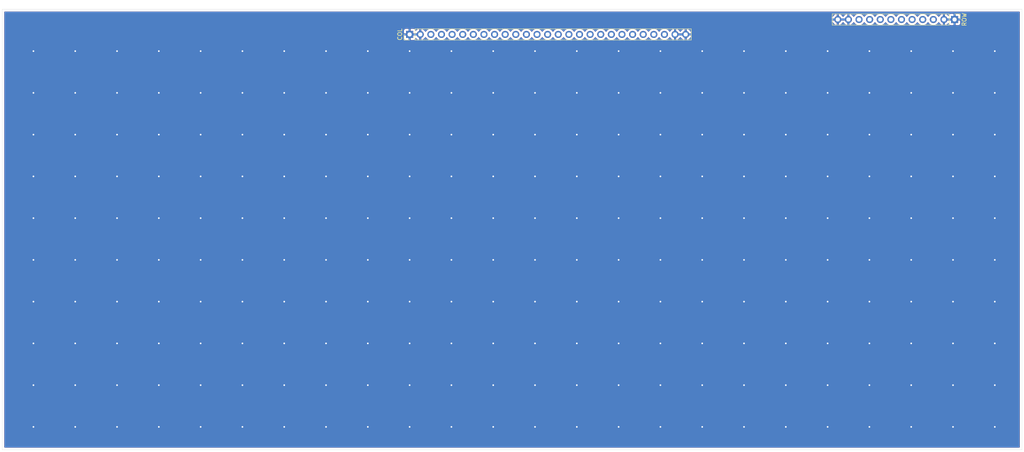
<source format=kicad_pcb>
(kicad_pcb (version 20171130) (host pcbnew 5.1.10)

  (general
    (thickness 1.6)
    (drawings 4)
    (tracks 240)
    (zones 0)
    (modules 2)
    (nets 33)
  )

  (page A4)
  (layers
    (0 F.Cu signal)
    (31 B.Cu signal)
    (32 B.Adhes user)
    (33 F.Adhes user)
    (34 B.Paste user)
    (35 F.Paste user)
    (36 B.SilkS user)
    (37 F.SilkS user)
    (38 B.Mask user)
    (39 F.Mask user)
    (40 Dwgs.User user)
    (41 Cmts.User user)
    (42 Eco1.User user)
    (43 Eco2.User user)
    (44 Edge.Cuts user)
    (45 Margin user)
    (46 B.CrtYd user)
    (47 F.CrtYd user)
    (48 B.Fab user)
    (49 F.Fab user)
  )

  (setup
    (last_trace_width 0.25)
    (user_trace_width 0.7)
    (user_trace_width 1.3)
    (trace_clearance 0.2)
    (zone_clearance 0.508)
    (zone_45_only no)
    (trace_min 0.2)
    (via_size 0.8)
    (via_drill 0.4)
    (via_min_size 0.4)
    (via_min_drill 0.3)
    (uvia_size 0.3)
    (uvia_drill 0.1)
    (uvias_allowed no)
    (uvia_min_size 0.2)
    (uvia_min_drill 0.1)
    (edge_width 0.05)
    (segment_width 0.2)
    (pcb_text_width 0.3)
    (pcb_text_size 1.5 1.5)
    (mod_edge_width 0.12)
    (mod_text_size 1 1)
    (mod_text_width 0.15)
    (pad_size 1.524 1.524)
    (pad_drill 0.762)
    (pad_to_mask_clearance 0)
    (aux_axis_origin 0 0)
    (visible_elements FFFFF77F)
    (pcbplotparams
      (layerselection 0x010fc_ffffffff)
      (usegerberextensions true)
      (usegerberattributes false)
      (usegerberadvancedattributes false)
      (creategerberjobfile false)
      (excludeedgelayer true)
      (linewidth 0.100000)
      (plotframeref false)
      (viasonmask false)
      (mode 1)
      (useauxorigin false)
      (hpglpennumber 1)
      (hpglpenspeed 20)
      (hpglpendiameter 15.000000)
      (psnegative false)
      (psa4output false)
      (plotreference true)
      (plotvalue false)
      (plotinvisibletext false)
      (padsonsilk false)
      (subtractmaskfromsilk true)
      (outputformat 1)
      (mirror false)
      (drillshape 0)
      (scaleselection 1)
      (outputdirectory "gerber/"))
  )

  (net 0 "")
  (net 1 GND)
  (net 2 C11)
  (net 3 C10)
  (net 4 C9)
  (net 5 C8)
  (net 6 C7)
  (net 7 C6)
  (net 8 C5)
  (net 9 C4)
  (net 10 C3)
  (net 11 C2)
  (net 12 C1)
  (net 13 C0)
  (net 14 R3)
  (net 15 R2)
  (net 16 R1)
  (net 17 R0)
  (net 18 "Net-(J1-Pad15)")
  (net 19 "Net-(J1-Pad16)")
  (net 20 "Net-(J1-Pad17)")
  (net 21 "Net-(J1-Pad18)")
  (net 22 "Net-(J1-Pad19)")
  (net 23 "Net-(J1-Pad20)")
  (net 24 "Net-(J1-Pad21)")
  (net 25 "Net-(J1-Pad22)")
  (net 26 "Net-(J1-Pad23)")
  (net 27 "Net-(J1-Pad24)")
  (net 28 "Net-(J1-Pad25)")
  (net 29 "Net-(J2-Pad7)")
  (net 30 "Net-(J2-Pad8)")
  (net 31 "Net-(J2-Pad9)")
  (net 32 "Net-(J2-Pad10)")

  (net_class Default "This is the default net class."
    (clearance 0.2)
    (trace_width 0.25)
    (via_dia 0.8)
    (via_drill 0.4)
    (uvia_dia 0.3)
    (uvia_drill 0.1)
    (add_net C0)
    (add_net C1)
    (add_net C10)
    (add_net C11)
    (add_net C2)
    (add_net C3)
    (add_net C4)
    (add_net C5)
    (add_net C6)
    (add_net C7)
    (add_net C8)
    (add_net C9)
    (add_net GND)
    (add_net "Net-(J1-Pad15)")
    (add_net "Net-(J1-Pad16)")
    (add_net "Net-(J1-Pad17)")
    (add_net "Net-(J1-Pad18)")
    (add_net "Net-(J1-Pad19)")
    (add_net "Net-(J1-Pad20)")
    (add_net "Net-(J1-Pad21)")
    (add_net "Net-(J1-Pad22)")
    (add_net "Net-(J1-Pad23)")
    (add_net "Net-(J1-Pad24)")
    (add_net "Net-(J1-Pad25)")
    (add_net "Net-(J2-Pad10)")
    (add_net "Net-(J2-Pad7)")
    (add_net "Net-(J2-Pad8)")
    (add_net "Net-(J2-Pad9)")
    (add_net R0)
    (add_net R1)
    (add_net R2)
    (add_net R3)
  )

  (module Connector_PinHeader_2.54mm:PinHeader_1x27_P2.54mm_Vertical (layer F.Cu) (tedit 59FED5CC) (tstamp 616AC9FD)
    (at 120 36 90)
    (descr "Through hole straight pin header, 1x27, 2.54mm pitch, single row")
    (tags "Through hole pin header THT 1x27 2.54mm single row")
    (path /616B3F4A)
    (fp_text reference COL (at 0 -2.33 90) (layer F.SilkS)
      (effects (font (size 1 1) (thickness 0.15)))
    )
    (fp_text value Conn_01x27 (at 0 68.37 90) (layer F.Fab)
      (effects (font (size 1 1) (thickness 0.15)))
    )
    (fp_line (start -0.635 -1.27) (end 1.27 -1.27) (layer F.Fab) (width 0.1))
    (fp_line (start 1.27 -1.27) (end 1.27 67.31) (layer F.Fab) (width 0.1))
    (fp_line (start 1.27 67.31) (end -1.27 67.31) (layer F.Fab) (width 0.1))
    (fp_line (start -1.27 67.31) (end -1.27 -0.635) (layer F.Fab) (width 0.1))
    (fp_line (start -1.27 -0.635) (end -0.635 -1.27) (layer F.Fab) (width 0.1))
    (fp_line (start -1.33 67.37) (end 1.33 67.37) (layer F.SilkS) (width 0.12))
    (fp_line (start -1.33 1.27) (end -1.33 67.37) (layer F.SilkS) (width 0.12))
    (fp_line (start 1.33 1.27) (end 1.33 67.37) (layer F.SilkS) (width 0.12))
    (fp_line (start -1.33 1.27) (end 1.33 1.27) (layer F.SilkS) (width 0.12))
    (fp_line (start -1.33 0) (end -1.33 -1.33) (layer F.SilkS) (width 0.12))
    (fp_line (start -1.33 -1.33) (end 0 -1.33) (layer F.SilkS) (width 0.12))
    (fp_line (start -1.8 -1.8) (end -1.8 67.85) (layer F.CrtYd) (width 0.05))
    (fp_line (start -1.8 67.85) (end 1.8 67.85) (layer F.CrtYd) (width 0.05))
    (fp_line (start 1.8 67.85) (end 1.8 -1.8) (layer F.CrtYd) (width 0.05))
    (fp_line (start 1.8 -1.8) (end -1.8 -1.8) (layer F.CrtYd) (width 0.05))
    (fp_text user %R (at 0 33.02) (layer F.Fab)
      (effects (font (size 1 1) (thickness 0.15)))
    )
    (pad 27 thru_hole oval (at 0 66.04 90) (size 1.7 1.7) (drill 1) (layers *.Cu *.Mask)
      (net 1 GND))
    (pad 26 thru_hole oval (at 0 63.5 90) (size 1.7 1.7) (drill 1) (layers *.Cu *.Mask)
      (net 1 GND))
    (pad 25 thru_hole oval (at 0 60.96 90) (size 1.7 1.7) (drill 1) (layers *.Cu *.Mask)
      (net 28 "Net-(J1-Pad25)"))
    (pad 24 thru_hole oval (at 0 58.42 90) (size 1.7 1.7) (drill 1) (layers *.Cu *.Mask)
      (net 27 "Net-(J1-Pad24)"))
    (pad 23 thru_hole oval (at 0 55.88 90) (size 1.7 1.7) (drill 1) (layers *.Cu *.Mask)
      (net 26 "Net-(J1-Pad23)"))
    (pad 22 thru_hole oval (at 0 53.34 90) (size 1.7 1.7) (drill 1) (layers *.Cu *.Mask)
      (net 25 "Net-(J1-Pad22)"))
    (pad 21 thru_hole oval (at 0 50.8 90) (size 1.7 1.7) (drill 1) (layers *.Cu *.Mask)
      (net 24 "Net-(J1-Pad21)"))
    (pad 20 thru_hole oval (at 0 48.26 90) (size 1.7 1.7) (drill 1) (layers *.Cu *.Mask)
      (net 23 "Net-(J1-Pad20)"))
    (pad 19 thru_hole oval (at 0 45.72 90) (size 1.7 1.7) (drill 1) (layers *.Cu *.Mask)
      (net 22 "Net-(J1-Pad19)"))
    (pad 18 thru_hole oval (at 0 43.18 90) (size 1.7 1.7) (drill 1) (layers *.Cu *.Mask)
      (net 21 "Net-(J1-Pad18)"))
    (pad 17 thru_hole oval (at 0 40.64 90) (size 1.7 1.7) (drill 1) (layers *.Cu *.Mask)
      (net 20 "Net-(J1-Pad17)"))
    (pad 16 thru_hole oval (at 0 38.1 90) (size 1.7 1.7) (drill 1) (layers *.Cu *.Mask)
      (net 19 "Net-(J1-Pad16)"))
    (pad 15 thru_hole oval (at 0 35.56 90) (size 1.7 1.7) (drill 1) (layers *.Cu *.Mask)
      (net 18 "Net-(J1-Pad15)"))
    (pad 14 thru_hole oval (at 0 33.02 90) (size 1.7 1.7) (drill 1) (layers *.Cu *.Mask)
      (net 2 C11))
    (pad 13 thru_hole oval (at 0 30.48 90) (size 1.7 1.7) (drill 1) (layers *.Cu *.Mask)
      (net 3 C10))
    (pad 12 thru_hole oval (at 0 27.94 90) (size 1.7 1.7) (drill 1) (layers *.Cu *.Mask)
      (net 4 C9))
    (pad 11 thru_hole oval (at 0 25.4 90) (size 1.7 1.7) (drill 1) (layers *.Cu *.Mask)
      (net 5 C8))
    (pad 10 thru_hole oval (at 0 22.86 90) (size 1.7 1.7) (drill 1) (layers *.Cu *.Mask)
      (net 6 C7))
    (pad 9 thru_hole oval (at 0 20.32 90) (size 1.7 1.7) (drill 1) (layers *.Cu *.Mask)
      (net 7 C6))
    (pad 8 thru_hole oval (at 0 17.78 90) (size 1.7 1.7) (drill 1) (layers *.Cu *.Mask)
      (net 8 C5))
    (pad 7 thru_hole oval (at 0 15.24 90) (size 1.7 1.7) (drill 1) (layers *.Cu *.Mask)
      (net 9 C4))
    (pad 6 thru_hole oval (at 0 12.7 90) (size 1.7 1.7) (drill 1) (layers *.Cu *.Mask)
      (net 10 C3))
    (pad 5 thru_hole oval (at 0 10.16 90) (size 1.7 1.7) (drill 1) (layers *.Cu *.Mask)
      (net 11 C2))
    (pad 4 thru_hole oval (at 0 7.62 90) (size 1.7 1.7) (drill 1) (layers *.Cu *.Mask)
      (net 12 C1))
    (pad 3 thru_hole oval (at 0 5.08 90) (size 1.7 1.7) (drill 1) (layers *.Cu *.Mask)
      (net 13 C0))
    (pad 2 thru_hole oval (at 0 2.54 90) (size 1.7 1.7) (drill 1) (layers *.Cu *.Mask)
      (net 1 GND))
    (pad 1 thru_hole rect (at 0 0 90) (size 1.7 1.7) (drill 1) (layers *.Cu *.Mask)
      (net 1 GND))
    (model ${KISYS3DMOD}/Connector_PinHeader_2.54mm.3dshapes/PinHeader_1x27_P2.54mm_Vertical.wrl
      (at (xyz 0 0 0))
      (scale (xyz 1 1 1))
      (rotate (xyz 0 0 0))
    )
  )

  (module Connector_PinHeader_2.54mm:PinHeader_1x12_P2.54mm_Vertical (layer F.Cu) (tedit 59FED5CC) (tstamp 616ACA1D)
    (at 250.373515 32.428122 270)
    (descr "Through hole straight pin header, 1x12, 2.54mm pitch, single row")
    (tags "Through hole pin header THT 1x12 2.54mm single row")
    (path /61709475)
    (fp_text reference ROW (at 0 -2.33 90) (layer F.SilkS)
      (effects (font (size 1 1) (thickness 0.15)))
    )
    (fp_text value Conn_01x12 (at 0 30.27 90) (layer F.Fab)
      (effects (font (size 1 1) (thickness 0.15)))
    )
    (fp_line (start -0.635 -1.27) (end 1.27 -1.27) (layer F.Fab) (width 0.1))
    (fp_line (start 1.27 -1.27) (end 1.27 29.21) (layer F.Fab) (width 0.1))
    (fp_line (start 1.27 29.21) (end -1.27 29.21) (layer F.Fab) (width 0.1))
    (fp_line (start -1.27 29.21) (end -1.27 -0.635) (layer F.Fab) (width 0.1))
    (fp_line (start -1.27 -0.635) (end -0.635 -1.27) (layer F.Fab) (width 0.1))
    (fp_line (start -1.33 29.27) (end 1.33 29.27) (layer F.SilkS) (width 0.12))
    (fp_line (start -1.33 1.27) (end -1.33 29.27) (layer F.SilkS) (width 0.12))
    (fp_line (start 1.33 1.27) (end 1.33 29.27) (layer F.SilkS) (width 0.12))
    (fp_line (start -1.33 1.27) (end 1.33 1.27) (layer F.SilkS) (width 0.12))
    (fp_line (start -1.33 0) (end -1.33 -1.33) (layer F.SilkS) (width 0.12))
    (fp_line (start -1.33 -1.33) (end 0 -1.33) (layer F.SilkS) (width 0.12))
    (fp_line (start -1.8 -1.8) (end -1.8 29.75) (layer F.CrtYd) (width 0.05))
    (fp_line (start -1.8 29.75) (end 1.8 29.75) (layer F.CrtYd) (width 0.05))
    (fp_line (start 1.8 29.75) (end 1.8 -1.8) (layer F.CrtYd) (width 0.05))
    (fp_line (start 1.8 -1.8) (end -1.8 -1.8) (layer F.CrtYd) (width 0.05))
    (fp_text user %R (at 0 13.97) (layer F.Fab)
      (effects (font (size 1 1) (thickness 0.15)))
    )
    (pad 12 thru_hole oval (at 0 27.94 270) (size 1.7 1.7) (drill 1) (layers *.Cu *.Mask)
      (net 1 GND))
    (pad 11 thru_hole oval (at 0 25.4 270) (size 1.7 1.7) (drill 1) (layers *.Cu *.Mask)
      (net 1 GND))
    (pad 10 thru_hole oval (at 0 22.86 270) (size 1.7 1.7) (drill 1) (layers *.Cu *.Mask)
      (net 32 "Net-(J2-Pad10)"))
    (pad 9 thru_hole oval (at 0 20.32 270) (size 1.7 1.7) (drill 1) (layers *.Cu *.Mask)
      (net 31 "Net-(J2-Pad9)"))
    (pad 8 thru_hole oval (at 0 17.78 270) (size 1.7 1.7) (drill 1) (layers *.Cu *.Mask)
      (net 30 "Net-(J2-Pad8)"))
    (pad 7 thru_hole oval (at 0 15.24 270) (size 1.7 1.7) (drill 1) (layers *.Cu *.Mask)
      (net 29 "Net-(J2-Pad7)"))
    (pad 6 thru_hole oval (at 0 12.7 270) (size 1.7 1.7) (drill 1) (layers *.Cu *.Mask)
      (net 17 R0))
    (pad 5 thru_hole oval (at 0 10.16 270) (size 1.7 1.7) (drill 1) (layers *.Cu *.Mask)
      (net 16 R1))
    (pad 4 thru_hole oval (at 0 7.62 270) (size 1.7 1.7) (drill 1) (layers *.Cu *.Mask)
      (net 15 R2))
    (pad 3 thru_hole oval (at 0 5.08 270) (size 1.7 1.7) (drill 1) (layers *.Cu *.Mask)
      (net 14 R3))
    (pad 2 thru_hole oval (at 0 2.54 270) (size 1.7 1.7) (drill 1) (layers *.Cu *.Mask)
      (net 1 GND))
    (pad 1 thru_hole rect (at 0 0 270) (size 1.7 1.7) (drill 1) (layers *.Cu *.Mask)
      (net 1 GND))
    (model ${KISYS3DMOD}/Connector_PinHeader_2.54mm.3dshapes/PinHeader_1x12_P2.54mm_Vertical.wrl
      (at (xyz 0 0 0))
      (scale (xyz 1 1 1))
      (rotate (xyz 0 0 0))
    )
  )

  (gr_line (start 22.5 30) (end 266.5 30) (layer Edge.Cuts) (width 0.05) (tstamp 616AF2D3))
  (gr_line (start 22.5 135.5) (end 22.5 30) (layer Edge.Cuts) (width 0.05))
  (gr_line (start 266.5 135.5) (end 22.5 135.5) (layer Edge.Cuts) (width 0.05))
  (gr_line (start 266.5 30) (end 266.5 135.5) (layer Edge.Cuts) (width 0.05))

  (via (at 30 40) (size 0.8) (drill 0.4) (layers F.Cu B.Cu) (net 1))
  (via (at 30 50) (size 0.8) (drill 0.4) (layers F.Cu B.Cu) (net 1))
  (via (at 30 60) (size 0.8) (drill 0.4) (layers F.Cu B.Cu) (net 1))
  (via (at 30 70) (size 0.8) (drill 0.4) (layers F.Cu B.Cu) (net 1))
  (via (at 30 80) (size 0.8) (drill 0.4) (layers F.Cu B.Cu) (net 1))
  (via (at 30 90) (size 0.8) (drill 0.4) (layers F.Cu B.Cu) (net 1))
  (via (at 30 100) (size 0.8) (drill 0.4) (layers F.Cu B.Cu) (net 1))
  (via (at 30 110) (size 0.8) (drill 0.4) (layers F.Cu B.Cu) (net 1))
  (via (at 30 120) (size 0.8) (drill 0.4) (layers F.Cu B.Cu) (net 1))
  (via (at 40 40) (size 0.8) (drill 0.4) (layers F.Cu B.Cu) (net 1))
  (via (at 40 50) (size 0.8) (drill 0.4) (layers F.Cu B.Cu) (net 1))
  (via (at 40 60) (size 0.8) (drill 0.4) (layers F.Cu B.Cu) (net 1))
  (via (at 40 70) (size 0.8) (drill 0.4) (layers F.Cu B.Cu) (net 1))
  (via (at 40 80) (size 0.8) (drill 0.4) (layers F.Cu B.Cu) (net 1))
  (via (at 40 90) (size 0.8) (drill 0.4) (layers F.Cu B.Cu) (net 1))
  (via (at 40 100) (size 0.8) (drill 0.4) (layers F.Cu B.Cu) (net 1))
  (via (at 40 110) (size 0.8) (drill 0.4) (layers F.Cu B.Cu) (net 1))
  (via (at 40 120) (size 0.8) (drill 0.4) (layers F.Cu B.Cu) (net 1))
  (via (at 50 40) (size 0.8) (drill 0.4) (layers F.Cu B.Cu) (net 1))
  (via (at 50 50) (size 0.8) (drill 0.4) (layers F.Cu B.Cu) (net 1))
  (via (at 50 60) (size 0.8) (drill 0.4) (layers F.Cu B.Cu) (net 1))
  (via (at 50 70) (size 0.8) (drill 0.4) (layers F.Cu B.Cu) (net 1))
  (via (at 50 80) (size 0.8) (drill 0.4) (layers F.Cu B.Cu) (net 1))
  (via (at 50 90) (size 0.8) (drill 0.4) (layers F.Cu B.Cu) (net 1))
  (via (at 50 100) (size 0.8) (drill 0.4) (layers F.Cu B.Cu) (net 1))
  (via (at 50 110) (size 0.8) (drill 0.4) (layers F.Cu B.Cu) (net 1))
  (via (at 50 120) (size 0.8) (drill 0.4) (layers F.Cu B.Cu) (net 1))
  (via (at 70 110) (size 0.8) (drill 0.4) (layers F.Cu B.Cu) (net 1) (tstamp 616EB304))
  (via (at 80 120) (size 0.8) (drill 0.4) (layers F.Cu B.Cu) (net 1) (tstamp 616EB305))
  (via (at 60 40) (size 0.8) (drill 0.4) (layers F.Cu B.Cu) (net 1) (tstamp 616EB306))
  (via (at 80 100) (size 0.8) (drill 0.4) (layers F.Cu B.Cu) (net 1) (tstamp 616EB307))
  (via (at 60 110) (size 0.8) (drill 0.4) (layers F.Cu B.Cu) (net 1) (tstamp 616EB308))
  (via (at 80 50) (size 0.8) (drill 0.4) (layers F.Cu B.Cu) (net 1) (tstamp 616EB309))
  (via (at 60 80) (size 0.8) (drill 0.4) (layers F.Cu B.Cu) (net 1) (tstamp 616EB30A))
  (via (at 60 100) (size 0.8) (drill 0.4) (layers F.Cu B.Cu) (net 1) (tstamp 616EB30B))
  (via (at 60 60) (size 0.8) (drill 0.4) (layers F.Cu B.Cu) (net 1) (tstamp 616EB30C))
  (via (at 60 70) (size 0.8) (drill 0.4) (layers F.Cu B.Cu) (net 1) (tstamp 616EB30D))
  (via (at 80 70) (size 0.8) (drill 0.4) (layers F.Cu B.Cu) (net 1) (tstamp 616EB30E))
  (via (at 70 80) (size 0.8) (drill 0.4) (layers F.Cu B.Cu) (net 1) (tstamp 616EB30F))
  (via (at 80 110) (size 0.8) (drill 0.4) (layers F.Cu B.Cu) (net 1) (tstamp 616EB310))
  (via (at 80 40) (size 0.8) (drill 0.4) (layers F.Cu B.Cu) (net 1) (tstamp 616EB311))
  (via (at 70 100) (size 0.8) (drill 0.4) (layers F.Cu B.Cu) (net 1) (tstamp 616EB312))
  (via (at 70 40) (size 0.8) (drill 0.4) (layers F.Cu B.Cu) (net 1) (tstamp 616EB313))
  (via (at 70 120) (size 0.8) (drill 0.4) (layers F.Cu B.Cu) (net 1) (tstamp 616EB314))
  (via (at 80 60) (size 0.8) (drill 0.4) (layers F.Cu B.Cu) (net 1) (tstamp 616EB315))
  (via (at 60 90) (size 0.8) (drill 0.4) (layers F.Cu B.Cu) (net 1) (tstamp 616EB316))
  (via (at 70 70) (size 0.8) (drill 0.4) (layers F.Cu B.Cu) (net 1) (tstamp 616EB317))
  (via (at 70 50) (size 0.8) (drill 0.4) (layers F.Cu B.Cu) (net 1) (tstamp 616EB318))
  (via (at 80 90) (size 0.8) (drill 0.4) (layers F.Cu B.Cu) (net 1) (tstamp 616EB319))
  (via (at 60 50) (size 0.8) (drill 0.4) (layers F.Cu B.Cu) (net 1) (tstamp 616EB31A))
  (via (at 80 80) (size 0.8) (drill 0.4) (layers F.Cu B.Cu) (net 1) (tstamp 616EB31B))
  (via (at 70 60) (size 0.8) (drill 0.4) (layers F.Cu B.Cu) (net 1) (tstamp 616EB31C))
  (via (at 70 90) (size 0.8) (drill 0.4) (layers F.Cu B.Cu) (net 1) (tstamp 616EB31D))
  (via (at 60 120) (size 0.8) (drill 0.4) (layers F.Cu B.Cu) (net 1) (tstamp 616EB31E))
  (via (at 100 110) (size 0.8) (drill 0.4) (layers F.Cu B.Cu) (net 1) (tstamp 616EB3A6))
  (via (at 110 120) (size 0.8) (drill 0.4) (layers F.Cu B.Cu) (net 1) (tstamp 616EB3A7))
  (via (at 90 40) (size 0.8) (drill 0.4) (layers F.Cu B.Cu) (net 1) (tstamp 616EB3A8))
  (via (at 130 50) (size 0.8) (drill 0.4) (layers F.Cu B.Cu) (net 1) (tstamp 616EB3A9))
  (via (at 140 60) (size 0.8) (drill 0.4) (layers F.Cu B.Cu) (net 1) (tstamp 616EB3AA))
  (via (at 140 40) (size 0.8) (drill 0.4) (layers F.Cu B.Cu) (net 1) (tstamp 616EB3AB))
  (via (at 110 100) (size 0.8) (drill 0.4) (layers F.Cu B.Cu) (net 1) (tstamp 616EB3AC))
  (via (at 120 50) (size 0.8) (drill 0.4) (layers F.Cu B.Cu) (net 1) (tstamp 616EB3AD))
  (via (at 90 110) (size 0.8) (drill 0.4) (layers F.Cu B.Cu) (net 1) (tstamp 616EB3AE))
  (via (at 110 50) (size 0.8) (drill 0.4) (layers F.Cu B.Cu) (net 1) (tstamp 616EB3AF))
  (via (at 140 80) (size 0.8) (drill 0.4) (layers F.Cu B.Cu) (net 1) (tstamp 616EB3B0))
  (via (at 130 120) (size 0.8) (drill 0.4) (layers F.Cu B.Cu) (net 1) (tstamp 616EB3B1))
  (via (at 90 80) (size 0.8) (drill 0.4) (layers F.Cu B.Cu) (net 1) (tstamp 616EB3B2))
  (via (at 140 110) (size 0.8) (drill 0.4) (layers F.Cu B.Cu) (net 1) (tstamp 616EB3B3))
  (via (at 130 60) (size 0.8) (drill 0.4) (layers F.Cu B.Cu) (net 1) (tstamp 616EB3B4))
  (via (at 90 100) (size 0.8) (drill 0.4) (layers F.Cu B.Cu) (net 1) (tstamp 616EB3B5))
  (via (at 130 90) (size 0.8) (drill 0.4) (layers F.Cu B.Cu) (net 1) (tstamp 616EB3B6))
  (via (at 90 60) (size 0.8) (drill 0.4) (layers F.Cu B.Cu) (net 1) (tstamp 616EB3B7))
  (via (at 140 70) (size 0.8) (drill 0.4) (layers F.Cu B.Cu) (net 1) (tstamp 616EB3B8))
  (via (at 90 70) (size 0.8) (drill 0.4) (layers F.Cu B.Cu) (net 1) (tstamp 616EB3B9))
  (via (at 110 70) (size 0.8) (drill 0.4) (layers F.Cu B.Cu) (net 1) (tstamp 616EB3BA))
  (via (at 130 40) (size 0.8) (drill 0.4) (layers F.Cu B.Cu) (net 1) (tstamp 616EB3BB))
  (via (at 130 100) (size 0.8) (drill 0.4) (layers F.Cu B.Cu) (net 1) (tstamp 616EB3BC))
  (via (at 100 80) (size 0.8) (drill 0.4) (layers F.Cu B.Cu) (net 1) (tstamp 616EB3BD))
  (via (at 110 110) (size 0.8) (drill 0.4) (layers F.Cu B.Cu) (net 1) (tstamp 616EB3BE))
  (via (at 140 100) (size 0.8) (drill 0.4) (layers F.Cu B.Cu) (net 1) (tstamp 616EB3BF))
  (via (at 110 40) (size 0.8) (drill 0.4) (layers F.Cu B.Cu) (net 1) (tstamp 616EB3C0))
  (via (at 100 100) (size 0.8) (drill 0.4) (layers F.Cu B.Cu) (net 1) (tstamp 616EB3C1))
  (via (at 100 40) (size 0.8) (drill 0.4) (layers F.Cu B.Cu) (net 1) (tstamp 616EB3C2))
  (via (at 130 80) (size 0.8) (drill 0.4) (layers F.Cu B.Cu) (net 1) (tstamp 616EB3C3))
  (via (at 130 110) (size 0.8) (drill 0.4) (layers F.Cu B.Cu) (net 1) (tstamp 616EB3C4))
  (via (at 130 70) (size 0.8) (drill 0.4) (layers F.Cu B.Cu) (net 1) (tstamp 616EB3C5))
  (via (at 100 120) (size 0.8) (drill 0.4) (layers F.Cu B.Cu) (net 1) (tstamp 616EB3C6))
  (via (at 110 60) (size 0.8) (drill 0.4) (layers F.Cu B.Cu) (net 1) (tstamp 616EB3C7))
  (via (at 90 90) (size 0.8) (drill 0.4) (layers F.Cu B.Cu) (net 1) (tstamp 616EB3C8))
  (via (at 120 100) (size 0.8) (drill 0.4) (layers F.Cu B.Cu) (net 1) (tstamp 616EB3C9))
  (via (at 120 60) (size 0.8) (drill 0.4) (layers F.Cu B.Cu) (net 1) (tstamp 616EB3CA))
  (via (at 100 70) (size 0.8) (drill 0.4) (layers F.Cu B.Cu) (net 1) (tstamp 616EB3CB))
  (via (at 120 110) (size 0.8) (drill 0.4) (layers F.Cu B.Cu) (net 1) (tstamp 616EB3CC))
  (via (at 120 70) (size 0.8) (drill 0.4) (layers F.Cu B.Cu) (net 1) (tstamp 616EB3CD))
  (via (at 100 50) (size 0.8) (drill 0.4) (layers F.Cu B.Cu) (net 1) (tstamp 616EB3CE))
  (via (at 120 80) (size 0.8) (drill 0.4) (layers F.Cu B.Cu) (net 1) (tstamp 616EB3CF))
  (via (at 140 50) (size 0.8) (drill 0.4) (layers F.Cu B.Cu) (net 1) (tstamp 616EB3D0))
  (via (at 120 40) (size 0.8) (drill 0.4) (layers F.Cu B.Cu) (net 1) (tstamp 616EB3D1))
  (via (at 140 120) (size 0.8) (drill 0.4) (layers F.Cu B.Cu) (net 1) (tstamp 616EB3D2))
  (via (at 120 90) (size 0.8) (drill 0.4) (layers F.Cu B.Cu) (net 1) (tstamp 616EB3D3))
  (via (at 140 90) (size 0.8) (drill 0.4) (layers F.Cu B.Cu) (net 1) (tstamp 616EB3D4))
  (via (at 110 90) (size 0.8) (drill 0.4) (layers F.Cu B.Cu) (net 1) (tstamp 616EB3D5))
  (via (at 90 50) (size 0.8) (drill 0.4) (layers F.Cu B.Cu) (net 1) (tstamp 616EB3D6))
  (via (at 110 80) (size 0.8) (drill 0.4) (layers F.Cu B.Cu) (net 1) (tstamp 616EB3D7))
  (via (at 100 60) (size 0.8) (drill 0.4) (layers F.Cu B.Cu) (net 1) (tstamp 616EB3D8))
  (via (at 100 90) (size 0.8) (drill 0.4) (layers F.Cu B.Cu) (net 1) (tstamp 616EB3D9))
  (via (at 90 120) (size 0.8) (drill 0.4) (layers F.Cu B.Cu) (net 1) (tstamp 616EB3DA))
  (via (at 120 120) (size 0.8) (drill 0.4) (layers F.Cu B.Cu) (net 1) (tstamp 616EB3DB))
  (via (at 160 110) (size 0.8) (drill 0.4) (layers F.Cu B.Cu) (net 1) (tstamp 616EB413))
  (via (at 230 120) (size 0.8) (drill 0.4) (layers F.Cu B.Cu) (net 1) (tstamp 616EB414))
  (via (at 240 40) (size 0.8) (drill 0.4) (layers F.Cu B.Cu) (net 1) (tstamp 616EB415))
  (via (at 230 60) (size 0.8) (drill 0.4) (layers F.Cu B.Cu) (net 1) (tstamp 616EB416))
  (via (at 170 120) (size 0.8) (drill 0.4) (layers F.Cu B.Cu) (net 1) (tstamp 616EB417))
  (via (at 260 70) (size 0.8) (drill 0.4) (layers F.Cu B.Cu) (net 1) (tstamp 616EB418))
  (via (at 150 40) (size 0.8) (drill 0.4) (layers F.Cu B.Cu) (net 1) (tstamp 616EB419))
  (via (at 240 100) (size 0.8) (drill 0.4) (layers F.Cu B.Cu) (net 1) (tstamp 616EB41A))
  (via (at 190 50) (size 0.8) (drill 0.4) (layers F.Cu B.Cu) (net 1) (tstamp 616EB41B))
  (via (at 220 50) (size 0.8) (drill 0.4) (layers F.Cu B.Cu) (net 1) (tstamp 616EB41C))
  (via (at 250 100) (size 0.8) (drill 0.4) (layers F.Cu B.Cu) (net 1) (tstamp 616EB41D))
  (via (at 200 60) (size 0.8) (drill 0.4) (layers F.Cu B.Cu) (net 1) (tstamp 616EB41E))
  (via (at 200 40) (size 0.8) (drill 0.4) (layers F.Cu B.Cu) (net 1) (tstamp 616EB41F))
  (via (at 170 100) (size 0.8) (drill 0.4) (layers F.Cu B.Cu) (net 1) (tstamp 616EB420))
  (via (at 250 40) (size 0.8) (drill 0.4) (layers F.Cu B.Cu) (net 1) (tstamp 616EB421))
  (via (at 180 50) (size 0.8) (drill 0.4) (layers F.Cu B.Cu) (net 1) (tstamp 616EB422))
  (via (at 150 110) (size 0.8) (drill 0.4) (layers F.Cu B.Cu) (net 1) (tstamp 616EB423))
  (via (at 170 50) (size 0.8) (drill 0.4) (layers F.Cu B.Cu) (net 1) (tstamp 616EB424))
  (via (at 200 80) (size 0.8) (drill 0.4) (layers F.Cu B.Cu) (net 1) (tstamp 616EB425))
  (via (at 190 120) (size 0.8) (drill 0.4) (layers F.Cu B.Cu) (net 1) (tstamp 616EB426))
  (via (at 150 80) (size 0.8) (drill 0.4) (layers F.Cu B.Cu) (net 1) (tstamp 616EB427))
  (via (at 200 110) (size 0.8) (drill 0.4) (layers F.Cu B.Cu) (net 1) (tstamp 616EB428))
  (via (at 250 50) (size 0.8) (drill 0.4) (layers F.Cu B.Cu) (net 1) (tstamp 616EB429))
  (via (at 210 90) (size 0.8) (drill 0.4) (layers F.Cu B.Cu) (net 1) (tstamp 616EB42A))
  (via (at 190 60) (size 0.8) (drill 0.4) (layers F.Cu B.Cu) (net 1) (tstamp 616EB42B))
  (via (at 210 70) (size 0.8) (drill 0.4) (layers F.Cu B.Cu) (net 1) (tstamp 616EB42C))
  (via (at 260 120) (size 0.8) (drill 0.4) (layers F.Cu B.Cu) (net 1) (tstamp 616EB42D))
  (via (at 150 100) (size 0.8) (drill 0.4) (layers F.Cu B.Cu) (net 1) (tstamp 616EB42E))
  (via (at 190 90) (size 0.8) (drill 0.4) (layers F.Cu B.Cu) (net 1) (tstamp 616EB42F))
  (via (at 230 70) (size 0.8) (drill 0.4) (layers F.Cu B.Cu) (net 1) (tstamp 616EB430))
  (via (at 150 60) (size 0.8) (drill 0.4) (layers F.Cu B.Cu) (net 1) (tstamp 616EB431))
  (via (at 240 70) (size 0.8) (drill 0.4) (layers F.Cu B.Cu) (net 1) (tstamp 616EB432))
  (via (at 210 100) (size 0.8) (drill 0.4) (layers F.Cu B.Cu) (net 1) (tstamp 616EB433))
  (via (at 210 60) (size 0.8) (drill 0.4) (layers F.Cu B.Cu) (net 1) (tstamp 616EB434))
  (via (at 240 60) (size 0.8) (drill 0.4) (layers F.Cu B.Cu) (net 1) (tstamp 616EB435))
  (via (at 200 70) (size 0.8) (drill 0.4) (layers F.Cu B.Cu) (net 1) (tstamp 616EB436))
  (via (at 150 70) (size 0.8) (drill 0.4) (layers F.Cu B.Cu) (net 1) (tstamp 616EB437))
  (via (at 170 70) (size 0.8) (drill 0.4) (layers F.Cu B.Cu) (net 1) (tstamp 616EB438))
  (via (at 190 40) (size 0.8) (drill 0.4) (layers F.Cu B.Cu) (net 1) (tstamp 616EB439))
  (via (at 260 110) (size 0.8) (drill 0.4) (layers F.Cu B.Cu) (net 1) (tstamp 616EB43A))
  (via (at 220 70) (size 0.8) (drill 0.4) (layers F.Cu B.Cu) (net 1) (tstamp 616EB43B))
  (via (at 210 40) (size 0.8) (drill 0.4) (layers F.Cu B.Cu) (net 1) (tstamp 616EB43C))
  (via (at 220 110) (size 0.8) (drill 0.4) (layers F.Cu B.Cu) (net 1) (tstamp 616EB43D))
  (via (at 220 90) (size 0.8) (drill 0.4) (layers F.Cu B.Cu) (net 1) (tstamp 616EB43E))
  (via (at 250 90) (size 0.8) (drill 0.4) (layers F.Cu B.Cu) (net 1) (tstamp 616EB43F))
  (via (at 190 100) (size 0.8) (drill 0.4) (layers F.Cu B.Cu) (net 1) (tstamp 616EB440))
  (via (at 160 80) (size 0.8) (drill 0.4) (layers F.Cu B.Cu) (net 1) (tstamp 616EB441))
  (via (at 210 50) (size 0.8) (drill 0.4) (layers F.Cu B.Cu) (net 1) (tstamp 616EB442))
  (via (at 170 110) (size 0.8) (drill 0.4) (layers F.Cu B.Cu) (net 1) (tstamp 616EB443))
  (via (at 200 100) (size 0.8) (drill 0.4) (layers F.Cu B.Cu) (net 1) (tstamp 616EB444))
  (via (at 220 60) (size 0.8) (drill 0.4) (layers F.Cu B.Cu) (net 1) (tstamp 616EB445))
  (via (at 170 40) (size 0.8) (drill 0.4) (layers F.Cu B.Cu) (net 1) (tstamp 616EB446))
  (via (at 160 100) (size 0.8) (drill 0.4) (layers F.Cu B.Cu) (net 1) (tstamp 616EB447))
  (via (at 160 40) (size 0.8) (drill 0.4) (layers F.Cu B.Cu) (net 1) (tstamp 616EB448))
  (via (at 190 80) (size 0.8) (drill 0.4) (layers F.Cu B.Cu) (net 1) (tstamp 616EB449))
  (via (at 190 110) (size 0.8) (drill 0.4) (layers F.Cu B.Cu) (net 1) (tstamp 616EB44A))
  (via (at 190 70) (size 0.8) (drill 0.4) (layers F.Cu B.Cu) (net 1) (tstamp 616EB44B))
  (via (at 160 120) (size 0.8) (drill 0.4) (layers F.Cu B.Cu) (net 1) (tstamp 616EB44C))
  (via (at 170 60) (size 0.8) (drill 0.4) (layers F.Cu B.Cu) (net 1) (tstamp 616EB44D))
  (via (at 150 90) (size 0.8) (drill 0.4) (layers F.Cu B.Cu) (net 1) (tstamp 616EB44E))
  (via (at 260 50) (size 0.8) (drill 0.4) (layers F.Cu B.Cu) (net 1) (tstamp 616EB44F))
  (via (at 230 80) (size 0.8) (drill 0.4) (layers F.Cu B.Cu) (net 1) (tstamp 616EB450))
  (via (at 230 50) (size 0.8) (drill 0.4) (layers F.Cu B.Cu) (net 1) (tstamp 616EB451))
  (via (at 240 50) (size 0.8) (drill 0.4) (layers F.Cu B.Cu) (net 1) (tstamp 616EB452))
  (via (at 220 80) (size 0.8) (drill 0.4) (layers F.Cu B.Cu) (net 1) (tstamp 616EB453))
  (via (at 180 100) (size 0.8) (drill 0.4) (layers F.Cu B.Cu) (net 1) (tstamp 616EB454))
  (via (at 230 100) (size 0.8) (drill 0.4) (layers F.Cu B.Cu) (net 1) (tstamp 616EB455))
  (via (at 260 40) (size 0.8) (drill 0.4) (layers F.Cu B.Cu) (net 1) (tstamp 616EB456))
  (via (at 210 80) (size 0.8) (drill 0.4) (layers F.Cu B.Cu) (net 1) (tstamp 616EB457))
  (via (at 240 110) (size 0.8) (drill 0.4) (layers F.Cu B.Cu) (net 1) (tstamp 616EB458))
  (via (at 240 80) (size 0.8) (drill 0.4) (layers F.Cu B.Cu) (net 1) (tstamp 616EB459))
  (via (at 230 90) (size 0.8) (drill 0.4) (layers F.Cu B.Cu) (net 1) (tstamp 616EB45A))
  (via (at 180 60) (size 0.8) (drill 0.4) (layers F.Cu B.Cu) (net 1) (tstamp 616EB45B))
  (via (at 160 70) (size 0.8) (drill 0.4) (layers F.Cu B.Cu) (net 1) (tstamp 616EB45C))
  (via (at 250 110) (size 0.8) (drill 0.4) (layers F.Cu B.Cu) (net 1) (tstamp 616EB45D))
  (via (at 260 90) (size 0.8) (drill 0.4) (layers F.Cu B.Cu) (net 1) (tstamp 616EB45E))
  (via (at 180 110) (size 0.8) (drill 0.4) (layers F.Cu B.Cu) (net 1) (tstamp 616EB45F))
  (via (at 180 70) (size 0.8) (drill 0.4) (layers F.Cu B.Cu) (net 1) (tstamp 616EB460))
  (via (at 160 50) (size 0.8) (drill 0.4) (layers F.Cu B.Cu) (net 1) (tstamp 616EB461))
  (via (at 220 100) (size 0.8) (drill 0.4) (layers F.Cu B.Cu) (net 1) (tstamp 616EB462))
  (via (at 240 90) (size 0.8) (drill 0.4) (layers F.Cu B.Cu) (net 1) (tstamp 616EB463))
  (via (at 180 80) (size 0.8) (drill 0.4) (layers F.Cu B.Cu) (net 1) (tstamp 616EB464))
  (via (at 200 50) (size 0.8) (drill 0.4) (layers F.Cu B.Cu) (net 1) (tstamp 616EB465))
  (via (at 180 40) (size 0.8) (drill 0.4) (layers F.Cu B.Cu) (net 1) (tstamp 616EB466))
  (via (at 230 40) (size 0.8) (drill 0.4) (layers F.Cu B.Cu) (net 1) (tstamp 616EB467))
  (via (at 210 110) (size 0.8) (drill 0.4) (layers F.Cu B.Cu) (net 1) (tstamp 616EB468))
  (via (at 200 120) (size 0.8) (drill 0.4) (layers F.Cu B.Cu) (net 1) (tstamp 616EB469))
  (via (at 180 90) (size 0.8) (drill 0.4) (layers F.Cu B.Cu) (net 1) (tstamp 616EB46A))
  (via (at 200 90) (size 0.8) (drill 0.4) (layers F.Cu B.Cu) (net 1) (tstamp 616EB46B))
  (via (at 250 70) (size 0.8) (drill 0.4) (layers F.Cu B.Cu) (net 1) (tstamp 616EB46C))
  (via (at 170 90) (size 0.8) (drill 0.4) (layers F.Cu B.Cu) (net 1) (tstamp 616EB46D))
  (via (at 260 100) (size 0.8) (drill 0.4) (layers F.Cu B.Cu) (net 1) (tstamp 616EB46E))
  (via (at 250 80) (size 0.8) (drill 0.4) (layers F.Cu B.Cu) (net 1) (tstamp 616EB46F))
  (via (at 220 120) (size 0.8) (drill 0.4) (layers F.Cu B.Cu) (net 1) (tstamp 616EB470))
  (via (at 240 120) (size 0.8) (drill 0.4) (layers F.Cu B.Cu) (net 1) (tstamp 616EB471))
  (via (at 260 60) (size 0.8) (drill 0.4) (layers F.Cu B.Cu) (net 1) (tstamp 616EB472))
  (via (at 150 50) (size 0.8) (drill 0.4) (layers F.Cu B.Cu) (net 1) (tstamp 616EB473))
  (via (at 220 40) (size 0.8) (drill 0.4) (layers F.Cu B.Cu) (net 1) (tstamp 616EB474))
  (via (at 210 120) (size 0.8) (drill 0.4) (layers F.Cu B.Cu) (net 1) (tstamp 616EB475))
  (via (at 170 80) (size 0.8) (drill 0.4) (layers F.Cu B.Cu) (net 1) (tstamp 616EB476))
  (via (at 160 60) (size 0.8) (drill 0.4) (layers F.Cu B.Cu) (net 1) (tstamp 616EB477))
  (via (at 160 90) (size 0.8) (drill 0.4) (layers F.Cu B.Cu) (net 1) (tstamp 616EB478))
  (via (at 230 110) (size 0.8) (drill 0.4) (layers F.Cu B.Cu) (net 1) (tstamp 616EB479))
  (via (at 260 80) (size 0.8) (drill 0.4) (layers F.Cu B.Cu) (net 1) (tstamp 616EB47A))
  (via (at 150 120) (size 0.8) (drill 0.4) (layers F.Cu B.Cu) (net 1) (tstamp 616EB47B))
  (via (at 250 60) (size 0.8) (drill 0.4) (layers F.Cu B.Cu) (net 1) (tstamp 616EB47C))
  (via (at 180 120) (size 0.8) (drill 0.4) (layers F.Cu B.Cu) (net 1) (tstamp 616EB47D))
  (via (at 250 120) (size 0.8) (drill 0.4) (layers F.Cu B.Cu) (net 1) (tstamp 616EB47E))
  (via (at 170 130) (size 0.8) (drill 0.4) (layers F.Cu B.Cu) (net 1) (tstamp 616EB5C4))
  (via (at 110 130) (size 0.8) (drill 0.4) (layers F.Cu B.Cu) (net 1) (tstamp 616EB5C5))
  (via (at 50 130) (size 0.8) (drill 0.4) (layers F.Cu B.Cu) (net 1) (tstamp 616EB5C6))
  (via (at 70 130) (size 0.8) (drill 0.4) (layers F.Cu B.Cu) (net 1) (tstamp 616EB5C7))
  (via (at 140 130) (size 0.8) (drill 0.4) (layers F.Cu B.Cu) (net 1) (tstamp 616EB5C8))
  (via (at 40 130) (size 0.8) (drill 0.4) (layers F.Cu B.Cu) (net 1) (tstamp 616EB5C9))
  (via (at 220 130) (size 0.8) (drill 0.4) (layers F.Cu B.Cu) (net 1) (tstamp 616EB5CA))
  (via (at 260 130) (size 0.8) (drill 0.4) (layers F.Cu B.Cu) (net 1) (tstamp 616EB5CB))
  (via (at 180 130) (size 0.8) (drill 0.4) (layers F.Cu B.Cu) (net 1) (tstamp 616EB5CC))
  (via (at 250 130) (size 0.8) (drill 0.4) (layers F.Cu B.Cu) (net 1) (tstamp 616EB5CD))
  (via (at 240 130) (size 0.8) (drill 0.4) (layers F.Cu B.Cu) (net 1) (tstamp 616EB5CE))
  (via (at 160 130) (size 0.8) (drill 0.4) (layers F.Cu B.Cu) (net 1) (tstamp 616EB5CF))
  (via (at 210 130) (size 0.8) (drill 0.4) (layers F.Cu B.Cu) (net 1) (tstamp 616EB5D0))
  (via (at 230 130) (size 0.8) (drill 0.4) (layers F.Cu B.Cu) (net 1) (tstamp 616EB5D1))
  (via (at 150 130) (size 0.8) (drill 0.4) (layers F.Cu B.Cu) (net 1) (tstamp 616EB5D2))
  (via (at 190 130) (size 0.8) (drill 0.4) (layers F.Cu B.Cu) (net 1) (tstamp 616EB5D3))
  (via (at 80 130) (size 0.8) (drill 0.4) (layers F.Cu B.Cu) (net 1) (tstamp 616EB5D4))
  (via (at 200 130) (size 0.8) (drill 0.4) (layers F.Cu B.Cu) (net 1) (tstamp 616EB5D5))
  (via (at 100 130) (size 0.8) (drill 0.4) (layers F.Cu B.Cu) (net 1) (tstamp 616EB5D6))
  (via (at 120 130) (size 0.8) (drill 0.4) (layers F.Cu B.Cu) (net 1) (tstamp 616EB5D7))
  (via (at 90 130) (size 0.8) (drill 0.4) (layers F.Cu B.Cu) (net 1) (tstamp 616EB5D8))
  (via (at 30 130) (size 0.8) (drill 0.4) (layers F.Cu B.Cu) (net 1) (tstamp 616EB5D9))
  (via (at 60 130) (size 0.8) (drill 0.4) (layers F.Cu B.Cu) (net 1) (tstamp 616EB5DA))
  (via (at 130 130) (size 0.8) (drill 0.4) (layers F.Cu B.Cu) (net 1) (tstamp 616EB5DB))

  (zone (net 1) (net_name GND) (layer F.Cu) (tstamp 616FF147) (hatch edge 0.508)
    (connect_pads (clearance 0.508))
    (min_thickness 0.254)
    (fill yes (arc_segments 32) (thermal_gap 0.508) (thermal_bridge_width 0.508))
    (polygon
      (pts
        (xy 267 136) (xy 22 136) (xy 22 29.5) (xy 267 29.5)
      )
    )
    (filled_polygon
      (pts
        (xy 265.840001 134.84) (xy 23.16 134.84) (xy 23.16 36.85) (xy 118.511928 36.85) (xy 118.524188 36.974482)
        (xy 118.560498 37.09418) (xy 118.619463 37.204494) (xy 118.698815 37.301185) (xy 118.795506 37.380537) (xy 118.90582 37.439502)
        (xy 119.025518 37.475812) (xy 119.15 37.488072) (xy 119.71425 37.485) (xy 119.873 37.32625) (xy 119.873 36.127)
        (xy 120.127 36.127) (xy 120.127 37.32625) (xy 120.28575 37.485) (xy 120.85 37.488072) (xy 120.974482 37.475812)
        (xy 121.09418 37.439502) (xy 121.204494 37.380537) (xy 121.301185 37.301185) (xy 121.380537 37.204494) (xy 121.439502 37.09418)
        (xy 121.463966 37.013534) (xy 121.539731 37.097588) (xy 121.77308 37.271641) (xy 122.035901 37.396825) (xy 122.18311 37.441476)
        (xy 122.413 37.320155) (xy 122.413 36.127) (xy 120.127 36.127) (xy 119.873 36.127) (xy 118.67375 36.127)
        (xy 118.515 36.28575) (xy 118.511928 36.85) (xy 23.16 36.85) (xy 23.16 35.15) (xy 118.511928 35.15)
        (xy 118.515 35.71425) (xy 118.67375 35.873) (xy 119.873 35.873) (xy 119.873 34.67375) (xy 120.127 34.67375)
        (xy 120.127 35.873) (xy 122.413 35.873) (xy 122.413 34.679845) (xy 122.667 34.679845) (xy 122.667 35.873)
        (xy 122.687 35.873) (xy 122.687 36.127) (xy 122.667 36.127) (xy 122.667 37.320155) (xy 122.89689 37.441476)
        (xy 123.044099 37.396825) (xy 123.30692 37.271641) (xy 123.540269 37.097588) (xy 123.735178 36.881355) (xy 123.804805 36.764466)
        (xy 123.926525 36.946632) (xy 124.133368 37.153475) (xy 124.376589 37.31599) (xy 124.646842 37.427932) (xy 124.93374 37.485)
        (xy 125.22626 37.485) (xy 125.513158 37.427932) (xy 125.783411 37.31599) (xy 126.026632 37.153475) (xy 126.233475 36.946632)
        (xy 126.35 36.77224) (xy 126.466525 36.946632) (xy 126.673368 37.153475) (xy 126.916589 37.31599) (xy 127.186842 37.427932)
        (xy 127.47374 37.485) (xy 127.76626 37.485) (xy 128.053158 37.427932) (xy 128.323411 37.31599) (xy 128.566632 37.153475)
        (xy 128.773475 36.946632) (xy 128.89 36.77224) (xy 129.006525 36.946632) (xy 129.213368 37.153475) (xy 129.456589 37.31599)
        (xy 129.726842 37.427932) (xy 130.01374 37.485) (xy 130.30626 37.485) (xy 130.593158 37.427932) (xy 130.863411 37.31599)
        (xy 131.106632 37.153475) (xy 131.313475 36.946632) (xy 131.43 36.77224) (xy 131.546525 36.946632) (xy 131.753368 37.153475)
        (xy 131.996589 37.31599) (xy 132.266842 37.427932) (xy 132.55374 37.485) (xy 132.84626 37.485) (xy 133.133158 37.427932)
        (xy 133.403411 37.31599) (xy 133.646632 37.153475) (xy 133.853475 36.946632) (xy 133.97 36.77224) (xy 134.086525 36.946632)
        (xy 134.293368 37.153475) (xy 134.536589 37.31599) (xy 134.806842 37.427932) (xy 135.09374 37.485) (xy 135.38626 37.485)
        (xy 135.673158 37.427932) (xy 135.943411 37.31599) (xy 136.186632 37.153475) (xy 136.393475 36.946632) (xy 136.51 36.77224)
        (xy 136.626525 36.946632) (xy 136.833368 37.153475) (xy 137.076589 37.31599) (xy 137.346842 37.427932) (xy 137.63374 37.485)
        (xy 137.92626 37.485) (xy 138.213158 37.427932) (xy 138.483411 37.31599) (xy 138.726632 37.153475) (xy 138.933475 36.946632)
        (xy 139.05 36.77224) (xy 139.166525 36.946632) (xy 139.373368 37.153475) (xy 139.616589 37.31599) (xy 139.886842 37.427932)
        (xy 140.17374 37.485) (xy 140.46626 37.485) (xy 140.753158 37.427932) (xy 141.023411 37.31599) (xy 141.266632 37.153475)
        (xy 141.473475 36.946632) (xy 141.59 36.77224) (xy 141.706525 36.946632) (xy 141.913368 37.153475) (xy 142.156589 37.31599)
        (xy 142.426842 37.427932) (xy 142.71374 37.485) (xy 143.00626 37.485) (xy 143.293158 37.427932) (xy 143.563411 37.31599)
        (xy 143.806632 37.153475) (xy 144.013475 36.946632) (xy 144.13 36.77224) (xy 144.246525 36.946632) (xy 144.453368 37.153475)
        (xy 144.696589 37.31599) (xy 144.966842 37.427932) (xy 145.25374 37.485) (xy 145.54626 37.485) (xy 145.833158 37.427932)
        (xy 146.103411 37.31599) (xy 146.346632 37.153475) (xy 146.553475 36.946632) (xy 146.67 36.77224) (xy 146.786525 36.946632)
        (xy 146.993368 37.153475) (xy 147.236589 37.31599) (xy 147.506842 37.427932) (xy 147.79374 37.485) (xy 148.08626 37.485)
        (xy 148.373158 37.427932) (xy 148.643411 37.31599) (xy 148.886632 37.153475) (xy 149.093475 36.946632) (xy 149.21 36.77224)
        (xy 149.326525 36.946632) (xy 149.533368 37.153475) (xy 149.776589 37.31599) (xy 150.046842 37.427932) (xy 150.33374 37.485)
        (xy 150.62626 37.485) (xy 150.913158 37.427932) (xy 151.183411 37.31599) (xy 151.426632 37.153475) (xy 151.633475 36.946632)
        (xy 151.75 36.77224) (xy 151.866525 36.946632) (xy 152.073368 37.153475) (xy 152.316589 37.31599) (xy 152.586842 37.427932)
        (xy 152.87374 37.485) (xy 153.16626 37.485) (xy 153.453158 37.427932) (xy 153.723411 37.31599) (xy 153.966632 37.153475)
        (xy 154.173475 36.946632) (xy 154.29 36.77224) (xy 154.406525 36.946632) (xy 154.613368 37.153475) (xy 154.856589 37.31599)
        (xy 155.126842 37.427932) (xy 155.41374 37.485) (xy 155.70626 37.485) (xy 155.993158 37.427932) (xy 156.263411 37.31599)
        (xy 156.506632 37.153475) (xy 156.713475 36.946632) (xy 156.83 36.77224) (xy 156.946525 36.946632) (xy 157.153368 37.153475)
        (xy 157.396589 37.31599) (xy 157.666842 37.427932) (xy 157.95374 37.485) (xy 158.24626 37.485) (xy 158.533158 37.427932)
        (xy 158.803411 37.31599) (xy 159.046632 37.153475) (xy 159.253475 36.946632) (xy 159.37 36.77224) (xy 159.486525 36.946632)
        (xy 159.693368 37.153475) (xy 159.936589 37.31599) (xy 160.206842 37.427932) (xy 160.49374 37.485) (xy 160.78626 37.485)
        (xy 161.073158 37.427932) (xy 161.343411 37.31599) (xy 161.586632 37.153475) (xy 161.793475 36.946632) (xy 161.91 36.77224)
        (xy 162.026525 36.946632) (xy 162.233368 37.153475) (xy 162.476589 37.31599) (xy 162.746842 37.427932) (xy 163.03374 37.485)
        (xy 163.32626 37.485) (xy 163.613158 37.427932) (xy 163.883411 37.31599) (xy 164.126632 37.153475) (xy 164.333475 36.946632)
        (xy 164.45 36.77224) (xy 164.566525 36.946632) (xy 164.773368 37.153475) (xy 165.016589 37.31599) (xy 165.286842 37.427932)
        (xy 165.57374 37.485) (xy 165.86626 37.485) (xy 166.153158 37.427932) (xy 166.423411 37.31599) (xy 166.666632 37.153475)
        (xy 166.873475 36.946632) (xy 166.99 36.77224) (xy 167.106525 36.946632) (xy 167.313368 37.153475) (xy 167.556589 37.31599)
        (xy 167.826842 37.427932) (xy 168.11374 37.485) (xy 168.40626 37.485) (xy 168.693158 37.427932) (xy 168.963411 37.31599)
        (xy 169.206632 37.153475) (xy 169.413475 36.946632) (xy 169.53 36.77224) (xy 169.646525 36.946632) (xy 169.853368 37.153475)
        (xy 170.096589 37.31599) (xy 170.366842 37.427932) (xy 170.65374 37.485) (xy 170.94626 37.485) (xy 171.233158 37.427932)
        (xy 171.503411 37.31599) (xy 171.746632 37.153475) (xy 171.953475 36.946632) (xy 172.07 36.77224) (xy 172.186525 36.946632)
        (xy 172.393368 37.153475) (xy 172.636589 37.31599) (xy 172.906842 37.427932) (xy 173.19374 37.485) (xy 173.48626 37.485)
        (xy 173.773158 37.427932) (xy 174.043411 37.31599) (xy 174.286632 37.153475) (xy 174.493475 36.946632) (xy 174.61 36.77224)
        (xy 174.726525 36.946632) (xy 174.933368 37.153475) (xy 175.176589 37.31599) (xy 175.446842 37.427932) (xy 175.73374 37.485)
        (xy 176.02626 37.485) (xy 176.313158 37.427932) (xy 176.583411 37.31599) (xy 176.826632 37.153475) (xy 177.033475 36.946632)
        (xy 177.15 36.77224) (xy 177.266525 36.946632) (xy 177.473368 37.153475) (xy 177.716589 37.31599) (xy 177.986842 37.427932)
        (xy 178.27374 37.485) (xy 178.56626 37.485) (xy 178.853158 37.427932) (xy 179.123411 37.31599) (xy 179.366632 37.153475)
        (xy 179.573475 36.946632) (xy 179.69 36.77224) (xy 179.806525 36.946632) (xy 180.013368 37.153475) (xy 180.256589 37.31599)
        (xy 180.526842 37.427932) (xy 180.81374 37.485) (xy 181.10626 37.485) (xy 181.393158 37.427932) (xy 181.663411 37.31599)
        (xy 181.906632 37.153475) (xy 182.113475 36.946632) (xy 182.235195 36.764466) (xy 182.304822 36.881355) (xy 182.499731 37.097588)
        (xy 182.73308 37.271641) (xy 182.995901 37.396825) (xy 183.14311 37.441476) (xy 183.373 37.320155) (xy 183.373 36.127)
        (xy 183.627 36.127) (xy 183.627 37.320155) (xy 183.85689 37.441476) (xy 184.004099 37.396825) (xy 184.26692 37.271641)
        (xy 184.500269 37.097588) (xy 184.695178 36.881355) (xy 184.77 36.755745) (xy 184.844822 36.881355) (xy 185.039731 37.097588)
        (xy 185.27308 37.271641) (xy 185.535901 37.396825) (xy 185.68311 37.441476) (xy 185.913 37.320155) (xy 185.913 36.127)
        (xy 186.167 36.127) (xy 186.167 37.320155) (xy 186.39689 37.441476) (xy 186.544099 37.396825) (xy 186.80692 37.271641)
        (xy 187.040269 37.097588) (xy 187.235178 36.881355) (xy 187.384157 36.631252) (xy 187.481481 36.356891) (xy 187.360814 36.127)
        (xy 186.167 36.127) (xy 185.913 36.127) (xy 183.627 36.127) (xy 183.373 36.127) (xy 183.353 36.127)
        (xy 183.353 35.873) (xy 183.373 35.873) (xy 183.373 34.679845) (xy 183.627 34.679845) (xy 183.627 35.873)
        (xy 185.913 35.873) (xy 185.913 34.679845) (xy 186.167 34.679845) (xy 186.167 35.873) (xy 187.360814 35.873)
        (xy 187.481481 35.643109) (xy 187.384157 35.368748) (xy 187.235178 35.118645) (xy 187.040269 34.902412) (xy 186.80692 34.728359)
        (xy 186.544099 34.603175) (xy 186.39689 34.558524) (xy 186.167 34.679845) (xy 185.913 34.679845) (xy 185.68311 34.558524)
        (xy 185.535901 34.603175) (xy 185.27308 34.728359) (xy 185.039731 34.902412) (xy 184.844822 35.118645) (xy 184.77 35.244255)
        (xy 184.695178 35.118645) (xy 184.500269 34.902412) (xy 184.26692 34.728359) (xy 184.004099 34.603175) (xy 183.85689 34.558524)
        (xy 183.627 34.679845) (xy 183.373 34.679845) (xy 183.14311 34.558524) (xy 182.995901 34.603175) (xy 182.73308 34.728359)
        (xy 182.499731 34.902412) (xy 182.304822 35.118645) (xy 182.235195 35.235534) (xy 182.113475 35.053368) (xy 181.906632 34.846525)
        (xy 181.663411 34.68401) (xy 181.393158 34.572068) (xy 181.10626 34.515) (xy 180.81374 34.515) (xy 180.526842 34.572068)
        (xy 180.256589 34.68401) (xy 180.013368 34.846525) (xy 179.806525 35.053368) (xy 179.69 35.22776) (xy 179.573475 35.053368)
        (xy 179.366632 34.846525) (xy 179.123411 34.68401) (xy 178.853158 34.572068) (xy 178.56626 34.515) (xy 178.27374 34.515)
        (xy 177.986842 34.572068) (xy 177.716589 34.68401) (xy 177.473368 34.846525) (xy 177.266525 35.053368) (xy 177.15 35.22776)
        (xy 177.033475 35.053368) (xy 176.826632 34.846525) (xy 176.583411 34.68401) (xy 176.313158 34.572068) (xy 176.02626 34.515)
        (xy 175.73374 34.515) (xy 175.446842 34.572068) (xy 175.176589 34.68401) (xy 174.933368 34.846525) (xy 174.726525 35.053368)
        (xy 174.61 35.22776) (xy 174.493475 35.053368) (xy 174.286632 34.846525) (xy 174.043411 34.68401) (xy 173.773158 34.572068)
        (xy 173.48626 34.515) (xy 173.19374 34.515) (xy 172.906842 34.572068) (xy 172.636589 34.68401) (xy 172.393368 34.846525)
        (xy 172.186525 35.053368) (xy 172.07 35.22776) (xy 171.953475 35.053368) (xy 171.746632 34.846525) (xy 171.503411 34.68401)
        (xy 171.233158 34.572068) (xy 170.94626 34.515) (xy 170.65374 34.515) (xy 170.366842 34.572068) (xy 170.096589 34.68401)
        (xy 169.853368 34.846525) (xy 169.646525 35.053368) (xy 169.53 35.22776) (xy 169.413475 35.053368) (xy 169.206632 34.846525)
        (xy 168.963411 34.68401) (xy 168.693158 34.572068) (xy 168.40626 34.515) (xy 168.11374 34.515) (xy 167.826842 34.572068)
        (xy 167.556589 34.68401) (xy 167.313368 34.846525) (xy 167.106525 35.053368) (xy 166.99 35.22776) (xy 166.873475 35.053368)
        (xy 166.666632 34.846525) (xy 166.423411 34.68401) (xy 166.153158 34.572068) (xy 165.86626 34.515) (xy 165.57374 34.515)
        (xy 165.286842 34.572068) (xy 165.016589 34.68401) (xy 164.773368 34.846525) (xy 164.566525 35.053368) (xy 164.45 35.22776)
        (xy 164.333475 35.053368) (xy 164.126632 34.846525) (xy 163.883411 34.68401) (xy 163.613158 34.572068) (xy 163.32626 34.515)
        (xy 163.03374 34.515) (xy 162.746842 34.572068) (xy 162.476589 34.68401) (xy 162.233368 34.846525) (xy 162.026525 35.053368)
        (xy 161.91 35.22776) (xy 161.793475 35.053368) (xy 161.586632 34.846525) (xy 161.343411 34.68401) (xy 161.073158 34.572068)
        (xy 160.78626 34.515) (xy 160.49374 34.515) (xy 160.206842 34.572068) (xy 159.936589 34.68401) (xy 159.693368 34.846525)
        (xy 159.486525 35.053368) (xy 159.37 35.22776) (xy 159.253475 35.053368) (xy 159.046632 34.846525) (xy 158.803411 34.68401)
        (xy 158.533158 34.572068) (xy 158.24626 34.515) (xy 157.95374 34.515) (xy 157.666842 34.572068) (xy 157.396589 34.68401)
        (xy 157.153368 34.846525) (xy 156.946525 35.053368) (xy 156.83 35.22776) (xy 156.713475 35.053368) (xy 156.506632 34.846525)
        (xy 156.263411 34.68401) (xy 155.993158 34.572068) (xy 155.70626 34.515) (xy 155.41374 34.515) (xy 155.126842 34.572068)
        (xy 154.856589 34.68401) (xy 154.613368 34.846525) (xy 154.406525 35.053368) (xy 154.29 35.22776) (xy 154.173475 35.053368)
        (xy 153.966632 34.846525) (xy 153.723411 34.68401) (xy 153.453158 34.572068) (xy 153.16626 34.515) (xy 152.87374 34.515)
        (xy 152.586842 34.572068) (xy 152.316589 34.68401) (xy 152.073368 34.846525) (xy 151.866525 35.053368) (xy 151.75 35.22776)
        (xy 151.633475 35.053368) (xy 151.426632 34.846525) (xy 151.183411 34.68401) (xy 150.913158 34.572068) (xy 150.62626 34.515)
        (xy 150.33374 34.515) (xy 150.046842 34.572068) (xy 149.776589 34.68401) (xy 149.533368 34.846525) (xy 149.326525 35.053368)
        (xy 149.21 35.22776) (xy 149.093475 35.053368) (xy 148.886632 34.846525) (xy 148.643411 34.68401) (xy 148.373158 34.572068)
        (xy 148.08626 34.515) (xy 147.79374 34.515) (xy 147.506842 34.572068) (xy 147.236589 34.68401) (xy 146.993368 34.846525)
        (xy 146.786525 35.053368) (xy 146.67 35.22776) (xy 146.553475 35.053368) (xy 146.346632 34.846525) (xy 146.103411 34.68401)
        (xy 145.833158 34.572068) (xy 145.54626 34.515) (xy 145.25374 34.515) (xy 144.966842 34.572068) (xy 144.696589 34.68401)
        (xy 144.453368 34.846525) (xy 144.246525 35.053368) (xy 144.13 35.22776) (xy 144.013475 35.053368) (xy 143.806632 34.846525)
        (xy 143.563411 34.68401) (xy 143.293158 34.572068) (xy 143.00626 34.515) (xy 142.71374 34.515) (xy 142.426842 34.572068)
        (xy 142.156589 34.68401) (xy 141.913368 34.846525) (xy 141.706525 35.053368) (xy 141.59 35.22776) (xy 141.473475 35.053368)
        (xy 141.266632 34.846525) (xy 141.023411 34.68401) (xy 140.753158 34.572068) (xy 140.46626 34.515) (xy 140.17374 34.515)
        (xy 139.886842 34.572068) (xy 139.616589 34.68401) (xy 139.373368 34.846525) (xy 139.166525 35.053368) (xy 139.05 35.22776)
        (xy 138.933475 35.053368) (xy 138.726632 34.846525) (xy 138.483411 34.68401) (xy 138.213158 34.572068) (xy 137.92626 34.515)
        (xy 137.63374 34.515) (xy 137.346842 34.572068) (xy 137.076589 34.68401) (xy 136.833368 34.846525) (xy 136.626525 35.053368)
        (xy 136.51 35.22776) (xy 136.393475 35.053368) (xy 136.186632 34.846525) (xy 135.943411 34.68401) (xy 135.673158 34.572068)
        (xy 135.38626 34.515) (xy 135.09374 34.515) (xy 134.806842 34.572068) (xy 134.536589 34.68401) (xy 134.293368 34.846525)
        (xy 134.086525 35.053368) (xy 133.97 35.22776) (xy 133.853475 35.053368) (xy 133.646632 34.846525) (xy 133.403411 34.68401)
        (xy 133.133158 34.572068) (xy 132.84626 34.515) (xy 132.55374 34.515) (xy 132.266842 34.572068) (xy 131.996589 34.68401)
        (xy 131.753368 34.846525) (xy 131.546525 35.053368) (xy 131.43 35.22776) (xy 131.313475 35.053368) (xy 131.106632 34.846525)
        (xy 130.863411 34.68401) (xy 130.593158 34.572068) (xy 130.30626 34.515) (xy 130.01374 34.515) (xy 129.726842 34.572068)
        (xy 129.456589 34.68401) (xy 129.213368 34.846525) (xy 129.006525 35.053368) (xy 128.89 35.22776) (xy 128.773475 35.053368)
        (xy 128.566632 34.846525) (xy 128.323411 34.68401) (xy 128.053158 34.572068) (xy 127.76626 34.515) (xy 127.47374 34.515)
        (xy 127.186842 34.572068) (xy 126.916589 34.68401) (xy 126.673368 34.846525) (xy 126.466525 35.053368) (xy 126.35 35.22776)
        (xy 126.233475 35.053368) (xy 126.026632 34.846525) (xy 125.783411 34.68401) (xy 125.513158 34.572068) (xy 125.22626 34.515)
        (xy 124.93374 34.515) (xy 124.646842 34.572068) (xy 124.376589 34.68401) (xy 124.133368 34.846525) (xy 123.926525 35.053368)
        (xy 123.804805 35.235534) (xy 123.735178 35.118645) (xy 123.540269 34.902412) (xy 123.30692 34.728359) (xy 123.044099 34.603175)
        (xy 122.89689 34.558524) (xy 122.667 34.679845) (xy 122.413 34.679845) (xy 122.18311 34.558524) (xy 122.035901 34.603175)
        (xy 121.77308 34.728359) (xy 121.539731 34.902412) (xy 121.463966 34.986466) (xy 121.439502 34.90582) (xy 121.380537 34.795506)
        (xy 121.301185 34.698815) (xy 121.204494 34.619463) (xy 121.09418 34.560498) (xy 120.974482 34.524188) (xy 120.85 34.511928)
        (xy 120.28575 34.515) (xy 120.127 34.67375) (xy 119.873 34.67375) (xy 119.71425 34.515) (xy 119.15 34.511928)
        (xy 119.025518 34.524188) (xy 118.90582 34.560498) (xy 118.795506 34.619463) (xy 118.698815 34.698815) (xy 118.619463 34.795506)
        (xy 118.560498 34.90582) (xy 118.524188 35.025518) (xy 118.511928 35.15) (xy 23.16 35.15) (xy 23.16 32.785013)
        (xy 220.992034 32.785013) (xy 221.089358 33.059374) (xy 221.238337 33.309477) (xy 221.433246 33.52571) (xy 221.666595 33.699763)
        (xy 221.929416 33.824947) (xy 222.076625 33.869598) (xy 222.306515 33.748277) (xy 222.306515 32.555122) (xy 222.560515 32.555122)
        (xy 222.560515 33.748277) (xy 222.790405 33.869598) (xy 222.937614 33.824947) (xy 223.200435 33.699763) (xy 223.433784 33.52571)
        (xy 223.628693 33.309477) (xy 223.703515 33.183867) (xy 223.778337 33.309477) (xy 223.973246 33.52571) (xy 224.206595 33.699763)
        (xy 224.469416 33.824947) (xy 224.616625 33.869598) (xy 224.846515 33.748277) (xy 224.846515 32.555122) (xy 222.560515 32.555122)
        (xy 222.306515 32.555122) (xy 221.112701 32.555122) (xy 220.992034 32.785013) (xy 23.16 32.785013) (xy 23.16 32.071231)
        (xy 220.992034 32.071231) (xy 221.112701 32.301122) (xy 222.306515 32.301122) (xy 222.306515 31.107967) (xy 222.560515 31.107967)
        (xy 222.560515 32.301122) (xy 224.846515 32.301122) (xy 224.846515 31.107967) (xy 225.100515 31.107967) (xy 225.100515 32.301122)
        (xy 225.120515 32.301122) (xy 225.120515 32.555122) (xy 225.100515 32.555122) (xy 225.100515 33.748277) (xy 225.330405 33.869598)
        (xy 225.477614 33.824947) (xy 225.740435 33.699763) (xy 225.973784 33.52571) (xy 226.168693 33.309477) (xy 226.23832 33.192588)
        (xy 226.36004 33.374754) (xy 226.566883 33.581597) (xy 226.810104 33.744112) (xy 227.080357 33.856054) (xy 227.367255 33.913122)
        (xy 227.659775 33.913122) (xy 227.946673 33.856054) (xy 228.216926 33.744112) (xy 228.460147 33.581597) (xy 228.66699 33.374754)
        (xy 228.783515 33.200362) (xy 228.90004 33.374754) (xy 229.106883 33.581597) (xy 229.350104 33.744112) (xy 229.620357 33.856054)
        (xy 229.907255 33.913122) (xy 230.199775 33.913122) (xy 230.486673 33.856054) (xy 230.756926 33.744112) (xy 231.000147 33.581597)
        (xy 231.20699 33.374754) (xy 231.323515 33.200362) (xy 231.44004 33.374754) (xy 231.646883 33.581597) (xy 231.890104 33.744112)
        (xy 232.160357 33.856054) (xy 232.447255 33.913122) (xy 232.739775 33.913122) (xy 233.026673 33.856054) (xy 233.296926 33.744112)
        (xy 233.540147 33.581597) (xy 233.74699 33.374754) (xy 233.863515 33.200362) (xy 233.98004 33.374754) (xy 234.186883 33.581597)
        (xy 234.430104 33.744112) (xy 234.700357 33.856054) (xy 234.987255 33.913122) (xy 235.279775 33.913122) (xy 235.566673 33.856054)
        (xy 235.836926 33.744112) (xy 236.080147 33.581597) (xy 236.28699 33.374754) (xy 236.403515 33.200362) (xy 236.52004 33.374754)
        (xy 236.726883 33.581597) (xy 236.970104 33.744112) (xy 237.240357 33.856054) (xy 237.527255 33.913122) (xy 237.819775 33.913122)
        (xy 238.106673 33.856054) (xy 238.376926 33.744112) (xy 238.620147 33.581597) (xy 238.82699 33.374754) (xy 238.943515 33.200362)
        (xy 239.06004 33.374754) (xy 239.266883 33.581597) (xy 239.510104 33.744112) (xy 239.780357 33.856054) (xy 240.067255 33.913122)
        (xy 240.359775 33.913122) (xy 240.646673 33.856054) (xy 240.916926 33.744112) (xy 241.160147 33.581597) (xy 241.36699 33.374754)
        (xy 241.483515 33.200362) (xy 241.60004 33.374754) (xy 241.806883 33.581597) (xy 242.050104 33.744112) (xy 242.320357 33.856054)
        (xy 242.607255 33.913122) (xy 242.899775 33.913122) (xy 243.186673 33.856054) (xy 243.456926 33.744112) (xy 243.700147 33.581597)
        (xy 243.90699 33.374754) (xy 244.023515 33.200362) (xy 244.14004 33.374754) (xy 244.346883 33.581597) (xy 244.590104 33.744112)
        (xy 244.860357 33.856054) (xy 245.147255 33.913122) (xy 245.439775 33.913122) (xy 245.726673 33.856054) (xy 245.996926 33.744112)
        (xy 246.240147 33.581597) (xy 246.44699 33.374754) (xy 246.56871 33.192588) (xy 246.638337 33.309477) (xy 246.833246 33.52571)
        (xy 247.066595 33.699763) (xy 247.329416 33.824947) (xy 247.476625 33.869598) (xy 247.706515 33.748277) (xy 247.706515 32.555122)
        (xy 247.960515 32.555122) (xy 247.960515 33.748277) (xy 248.190405 33.869598) (xy 248.337614 33.824947) (xy 248.600435 33.699763)
        (xy 248.833784 33.52571) (xy 248.909549 33.441656) (xy 248.934013 33.522302) (xy 248.992978 33.632616) (xy 249.07233 33.729307)
        (xy 249.169021 33.808659) (xy 249.279335 33.867624) (xy 249.399033 33.903934) (xy 249.523515 33.916194) (xy 250.087765 33.913122)
        (xy 250.246515 33.754372) (xy 250.246515 32.555122) (xy 250.500515 32.555122) (xy 250.500515 33.754372) (xy 250.659265 33.913122)
        (xy 251.223515 33.916194) (xy 251.347997 33.903934) (xy 251.467695 33.867624) (xy 251.578009 33.808659) (xy 251.6747 33.729307)
        (xy 251.754052 33.632616) (xy 251.813017 33.522302) (xy 251.849327 33.402604) (xy 251.861587 33.278122) (xy 251.858515 32.713872)
        (xy 251.699765 32.555122) (xy 250.500515 32.555122) (xy 250.246515 32.555122) (xy 247.960515 32.555122) (xy 247.706515 32.555122)
        (xy 247.686515 32.555122) (xy 247.686515 32.301122) (xy 247.706515 32.301122) (xy 247.706515 31.107967) (xy 247.960515 31.107967)
        (xy 247.960515 32.301122) (xy 250.246515 32.301122) (xy 250.246515 31.101872) (xy 250.500515 31.101872) (xy 250.500515 32.301122)
        (xy 251.699765 32.301122) (xy 251.858515 32.142372) (xy 251.861587 31.578122) (xy 251.849327 31.45364) (xy 251.813017 31.333942)
        (xy 251.754052 31.223628) (xy 251.6747 31.126937) (xy 251.578009 31.047585) (xy 251.467695 30.98862) (xy 251.347997 30.95231)
        (xy 251.223515 30.94005) (xy 250.659265 30.943122) (xy 250.500515 31.101872) (xy 250.246515 31.101872) (xy 250.087765 30.943122)
        (xy 249.523515 30.94005) (xy 249.399033 30.95231) (xy 249.279335 30.98862) (xy 249.169021 31.047585) (xy 249.07233 31.126937)
        (xy 248.992978 31.223628) (xy 248.934013 31.333942) (xy 248.909549 31.414588) (xy 248.833784 31.330534) (xy 248.600435 31.156481)
        (xy 248.337614 31.031297) (xy 248.190405 30.986646) (xy 247.960515 31.107967) (xy 247.706515 31.107967) (xy 247.476625 30.986646)
        (xy 247.329416 31.031297) (xy 247.066595 31.156481) (xy 246.833246 31.330534) (xy 246.638337 31.546767) (xy 246.56871 31.663656)
        (xy 246.44699 31.48149) (xy 246.240147 31.274647) (xy 245.996926 31.112132) (xy 245.726673 31.00019) (xy 245.439775 30.943122)
        (xy 245.147255 30.943122) (xy 244.860357 31.00019) (xy 244.590104 31.112132) (xy 244.346883 31.274647) (xy 244.14004 31.48149)
        (xy 244.023515 31.655882) (xy 243.90699 31.48149) (xy 243.700147 31.274647) (xy 243.456926 31.112132) (xy 243.186673 31.00019)
        (xy 242.899775 30.943122) (xy 242.607255 30.943122) (xy 242.320357 31.00019) (xy 242.050104 31.112132) (xy 241.806883 31.274647)
        (xy 241.60004 31.48149) (xy 241.483515 31.655882) (xy 241.36699 31.48149) (xy 241.160147 31.274647) (xy 240.916926 31.112132)
        (xy 240.646673 31.00019) (xy 240.359775 30.943122) (xy 240.067255 30.943122) (xy 239.780357 31.00019) (xy 239.510104 31.112132)
        (xy 239.266883 31.274647) (xy 239.06004 31.48149) (xy 238.943515 31.655882) (xy 238.82699 31.48149) (xy 238.620147 31.274647)
        (xy 238.376926 31.112132) (xy 238.106673 31.00019) (xy 237.819775 30.943122) (xy 237.527255 30.943122) (xy 237.240357 31.00019)
        (xy 236.970104 31.112132) (xy 236.726883 31.274647) (xy 236.52004 31.48149) (xy 236.403515 31.655882) (xy 236.28699 31.48149)
        (xy 236.080147 31.274647) (xy 235.836926 31.112132) (xy 235.566673 31.00019) (xy 235.279775 30.943122) (xy 234.987255 30.943122)
        (xy 234.700357 31.00019) (xy 234.430104 31.112132) (xy 234.186883 31.274647) (xy 233.98004 31.48149) (xy 233.863515 31.655882)
        (xy 233.74699 31.48149) (xy 233.540147 31.274647) (xy 233.296926 31.112132) (xy 233.026673 31.00019) (xy 232.739775 30.943122)
        (xy 232.447255 30.943122) (xy 232.160357 31.00019) (xy 231.890104 31.112132) (xy 231.646883 31.274647) (xy 231.44004 31.48149)
        (xy 231.323515 31.655882) (xy 231.20699 31.48149) (xy 231.000147 31.274647) (xy 230.756926 31.112132) (xy 230.486673 31.00019)
        (xy 230.199775 30.943122) (xy 229.907255 30.943122) (xy 229.620357 31.00019) (xy 229.350104 31.112132) (xy 229.106883 31.274647)
        (xy 228.90004 31.48149) (xy 228.783515 31.655882) (xy 228.66699 31.48149) (xy 228.460147 31.274647) (xy 228.216926 31.112132)
        (xy 227.946673 31.00019) (xy 227.659775 30.943122) (xy 227.367255 30.943122) (xy 227.080357 31.00019) (xy 226.810104 31.112132)
        (xy 226.566883 31.274647) (xy 226.36004 31.48149) (xy 226.23832 31.663656) (xy 226.168693 31.546767) (xy 225.973784 31.330534)
        (xy 225.740435 31.156481) (xy 225.477614 31.031297) (xy 225.330405 30.986646) (xy 225.100515 31.107967) (xy 224.846515 31.107967)
        (xy 224.616625 30.986646) (xy 224.469416 31.031297) (xy 224.206595 31.156481) (xy 223.973246 31.330534) (xy 223.778337 31.546767)
        (xy 223.703515 31.672377) (xy 223.628693 31.546767) (xy 223.433784 31.330534) (xy 223.200435 31.156481) (xy 222.937614 31.031297)
        (xy 222.790405 30.986646) (xy 222.560515 31.107967) (xy 222.306515 31.107967) (xy 222.076625 30.986646) (xy 221.929416 31.031297)
        (xy 221.666595 31.156481) (xy 221.433246 31.330534) (xy 221.238337 31.546767) (xy 221.089358 31.79687) (xy 220.992034 32.071231)
        (xy 23.16 32.071231) (xy 23.16 30.66) (xy 265.84 30.66)
      )
    )
  )
  (zone (net 1) (net_name GND) (layer B.Cu) (tstamp 616FF144) (hatch edge 0.508)
    (connect_pads (clearance 0.508))
    (min_thickness 0.254)
    (fill yes (arc_segments 32) (thermal_gap 0.508) (thermal_bridge_width 0.508))
    (polygon
      (pts
        (xy 267 136) (xy 22 136) (xy 22 29.5) (xy 267 29.5)
      )
    )
    (filled_polygon
      (pts
        (xy 265.840001 134.84) (xy 23.16 134.84) (xy 23.16 36.85) (xy 118.511928 36.85) (xy 118.524188 36.974482)
        (xy 118.560498 37.09418) (xy 118.619463 37.204494) (xy 118.698815 37.301185) (xy 118.795506 37.380537) (xy 118.90582 37.439502)
        (xy 119.025518 37.475812) (xy 119.15 37.488072) (xy 119.71425 37.485) (xy 119.873 37.32625) (xy 119.873 36.127)
        (xy 120.127 36.127) (xy 120.127 37.32625) (xy 120.28575 37.485) (xy 120.85 37.488072) (xy 120.974482 37.475812)
        (xy 121.09418 37.439502) (xy 121.204494 37.380537) (xy 121.301185 37.301185) (xy 121.380537 37.204494) (xy 121.439502 37.09418)
        (xy 121.463966 37.013534) (xy 121.539731 37.097588) (xy 121.77308 37.271641) (xy 122.035901 37.396825) (xy 122.18311 37.441476)
        (xy 122.413 37.320155) (xy 122.413 36.127) (xy 120.127 36.127) (xy 119.873 36.127) (xy 118.67375 36.127)
        (xy 118.515 36.28575) (xy 118.511928 36.85) (xy 23.16 36.85) (xy 23.16 35.15) (xy 118.511928 35.15)
        (xy 118.515 35.71425) (xy 118.67375 35.873) (xy 119.873 35.873) (xy 119.873 34.67375) (xy 120.127 34.67375)
        (xy 120.127 35.873) (xy 122.413 35.873) (xy 122.413 34.679845) (xy 122.667 34.679845) (xy 122.667 35.873)
        (xy 122.687 35.873) (xy 122.687 36.127) (xy 122.667 36.127) (xy 122.667 37.320155) (xy 122.89689 37.441476)
        (xy 123.044099 37.396825) (xy 123.30692 37.271641) (xy 123.540269 37.097588) (xy 123.735178 36.881355) (xy 123.804805 36.764466)
        (xy 123.926525 36.946632) (xy 124.133368 37.153475) (xy 124.376589 37.31599) (xy 124.646842 37.427932) (xy 124.93374 37.485)
        (xy 125.22626 37.485) (xy 125.513158 37.427932) (xy 125.783411 37.31599) (xy 126.026632 37.153475) (xy 126.233475 36.946632)
        (xy 126.35 36.77224) (xy 126.466525 36.946632) (xy 126.673368 37.153475) (xy 126.916589 37.31599) (xy 127.186842 37.427932)
        (xy 127.47374 37.485) (xy 127.76626 37.485) (xy 128.053158 37.427932) (xy 128.323411 37.31599) (xy 128.566632 37.153475)
        (xy 128.773475 36.946632) (xy 128.89 36.77224) (xy 129.006525 36.946632) (xy 129.213368 37.153475) (xy 129.456589 37.31599)
        (xy 129.726842 37.427932) (xy 130.01374 37.485) (xy 130.30626 37.485) (xy 130.593158 37.427932) (xy 130.863411 37.31599)
        (xy 131.106632 37.153475) (xy 131.313475 36.946632) (xy 131.43 36.77224) (xy 131.546525 36.946632) (xy 131.753368 37.153475)
        (xy 131.996589 37.31599) (xy 132.266842 37.427932) (xy 132.55374 37.485) (xy 132.84626 37.485) (xy 133.133158 37.427932)
        (xy 133.403411 37.31599) (xy 133.646632 37.153475) (xy 133.853475 36.946632) (xy 133.97 36.77224) (xy 134.086525 36.946632)
        (xy 134.293368 37.153475) (xy 134.536589 37.31599) (xy 134.806842 37.427932) (xy 135.09374 37.485) (xy 135.38626 37.485)
        (xy 135.673158 37.427932) (xy 135.943411 37.31599) (xy 136.186632 37.153475) (xy 136.393475 36.946632) (xy 136.51 36.77224)
        (xy 136.626525 36.946632) (xy 136.833368 37.153475) (xy 137.076589 37.31599) (xy 137.346842 37.427932) (xy 137.63374 37.485)
        (xy 137.92626 37.485) (xy 138.213158 37.427932) (xy 138.483411 37.31599) (xy 138.726632 37.153475) (xy 138.933475 36.946632)
        (xy 139.05 36.77224) (xy 139.166525 36.946632) (xy 139.373368 37.153475) (xy 139.616589 37.31599) (xy 139.886842 37.427932)
        (xy 140.17374 37.485) (xy 140.46626 37.485) (xy 140.753158 37.427932) (xy 141.023411 37.31599) (xy 141.266632 37.153475)
        (xy 141.473475 36.946632) (xy 141.59 36.77224) (xy 141.706525 36.946632) (xy 141.913368 37.153475) (xy 142.156589 37.31599)
        (xy 142.426842 37.427932) (xy 142.71374 37.485) (xy 143.00626 37.485) (xy 143.293158 37.427932) (xy 143.563411 37.31599)
        (xy 143.806632 37.153475) (xy 144.013475 36.946632) (xy 144.13 36.77224) (xy 144.246525 36.946632) (xy 144.453368 37.153475)
        (xy 144.696589 37.31599) (xy 144.966842 37.427932) (xy 145.25374 37.485) (xy 145.54626 37.485) (xy 145.833158 37.427932)
        (xy 146.103411 37.31599) (xy 146.346632 37.153475) (xy 146.553475 36.946632) (xy 146.67 36.77224) (xy 146.786525 36.946632)
        (xy 146.993368 37.153475) (xy 147.236589 37.31599) (xy 147.506842 37.427932) (xy 147.79374 37.485) (xy 148.08626 37.485)
        (xy 148.373158 37.427932) (xy 148.643411 37.31599) (xy 148.886632 37.153475) (xy 149.093475 36.946632) (xy 149.21 36.77224)
        (xy 149.326525 36.946632) (xy 149.533368 37.153475) (xy 149.776589 37.31599) (xy 150.046842 37.427932) (xy 150.33374 37.485)
        (xy 150.62626 37.485) (xy 150.913158 37.427932) (xy 151.183411 37.31599) (xy 151.426632 37.153475) (xy 151.633475 36.946632)
        (xy 151.75 36.77224) (xy 151.866525 36.946632) (xy 152.073368 37.153475) (xy 152.316589 37.31599) (xy 152.586842 37.427932)
        (xy 152.87374 37.485) (xy 153.16626 37.485) (xy 153.453158 37.427932) (xy 153.723411 37.31599) (xy 153.966632 37.153475)
        (xy 154.173475 36.946632) (xy 154.29 36.77224) (xy 154.406525 36.946632) (xy 154.613368 37.153475) (xy 154.856589 37.31599)
        (xy 155.126842 37.427932) (xy 155.41374 37.485) (xy 155.70626 37.485) (xy 155.993158 37.427932) (xy 156.263411 37.31599)
        (xy 156.506632 37.153475) (xy 156.713475 36.946632) (xy 156.83 36.77224) (xy 156.946525 36.946632) (xy 157.153368 37.153475)
        (xy 157.396589 37.31599) (xy 157.666842 37.427932) (xy 157.95374 37.485) (xy 158.24626 37.485) (xy 158.533158 37.427932)
        (xy 158.803411 37.31599) (xy 159.046632 37.153475) (xy 159.253475 36.946632) (xy 159.37 36.77224) (xy 159.486525 36.946632)
        (xy 159.693368 37.153475) (xy 159.936589 37.31599) (xy 160.206842 37.427932) (xy 160.49374 37.485) (xy 160.78626 37.485)
        (xy 161.073158 37.427932) (xy 161.343411 37.31599) (xy 161.586632 37.153475) (xy 161.793475 36.946632) (xy 161.91 36.77224)
        (xy 162.026525 36.946632) (xy 162.233368 37.153475) (xy 162.476589 37.31599) (xy 162.746842 37.427932) (xy 163.03374 37.485)
        (xy 163.32626 37.485) (xy 163.613158 37.427932) (xy 163.883411 37.31599) (xy 164.126632 37.153475) (xy 164.333475 36.946632)
        (xy 164.45 36.77224) (xy 164.566525 36.946632) (xy 164.773368 37.153475) (xy 165.016589 37.31599) (xy 165.286842 37.427932)
        (xy 165.57374 37.485) (xy 165.86626 37.485) (xy 166.153158 37.427932) (xy 166.423411 37.31599) (xy 166.666632 37.153475)
        (xy 166.873475 36.946632) (xy 166.99 36.77224) (xy 167.106525 36.946632) (xy 167.313368 37.153475) (xy 167.556589 37.31599)
        (xy 167.826842 37.427932) (xy 168.11374 37.485) (xy 168.40626 37.485) (xy 168.693158 37.427932) (xy 168.963411 37.31599)
        (xy 169.206632 37.153475) (xy 169.413475 36.946632) (xy 169.53 36.77224) (xy 169.646525 36.946632) (xy 169.853368 37.153475)
        (xy 170.096589 37.31599) (xy 170.366842 37.427932) (xy 170.65374 37.485) (xy 170.94626 37.485) (xy 171.233158 37.427932)
        (xy 171.503411 37.31599) (xy 171.746632 37.153475) (xy 171.953475 36.946632) (xy 172.07 36.77224) (xy 172.186525 36.946632)
        (xy 172.393368 37.153475) (xy 172.636589 37.31599) (xy 172.906842 37.427932) (xy 173.19374 37.485) (xy 173.48626 37.485)
        (xy 173.773158 37.427932) (xy 174.043411 37.31599) (xy 174.286632 37.153475) (xy 174.493475 36.946632) (xy 174.61 36.77224)
        (xy 174.726525 36.946632) (xy 174.933368 37.153475) (xy 175.176589 37.31599) (xy 175.446842 37.427932) (xy 175.73374 37.485)
        (xy 176.02626 37.485) (xy 176.313158 37.427932) (xy 176.583411 37.31599) (xy 176.826632 37.153475) (xy 177.033475 36.946632)
        (xy 177.15 36.77224) (xy 177.266525 36.946632) (xy 177.473368 37.153475) (xy 177.716589 37.31599) (xy 177.986842 37.427932)
        (xy 178.27374 37.485) (xy 178.56626 37.485) (xy 178.853158 37.427932) (xy 179.123411 37.31599) (xy 179.366632 37.153475)
        (xy 179.573475 36.946632) (xy 179.69 36.77224) (xy 179.806525 36.946632) (xy 180.013368 37.153475) (xy 180.256589 37.31599)
        (xy 180.526842 37.427932) (xy 180.81374 37.485) (xy 181.10626 37.485) (xy 181.393158 37.427932) (xy 181.663411 37.31599)
        (xy 181.906632 37.153475) (xy 182.113475 36.946632) (xy 182.235195 36.764466) (xy 182.304822 36.881355) (xy 182.499731 37.097588)
        (xy 182.73308 37.271641) (xy 182.995901 37.396825) (xy 183.14311 37.441476) (xy 183.373 37.320155) (xy 183.373 36.127)
        (xy 183.627 36.127) (xy 183.627 37.320155) (xy 183.85689 37.441476) (xy 184.004099 37.396825) (xy 184.26692 37.271641)
        (xy 184.500269 37.097588) (xy 184.695178 36.881355) (xy 184.77 36.755745) (xy 184.844822 36.881355) (xy 185.039731 37.097588)
        (xy 185.27308 37.271641) (xy 185.535901 37.396825) (xy 185.68311 37.441476) (xy 185.913 37.320155) (xy 185.913 36.127)
        (xy 186.167 36.127) (xy 186.167 37.320155) (xy 186.39689 37.441476) (xy 186.544099 37.396825) (xy 186.80692 37.271641)
        (xy 187.040269 37.097588) (xy 187.235178 36.881355) (xy 187.384157 36.631252) (xy 187.481481 36.356891) (xy 187.360814 36.127)
        (xy 186.167 36.127) (xy 185.913 36.127) (xy 183.627 36.127) (xy 183.373 36.127) (xy 183.353 36.127)
        (xy 183.353 35.873) (xy 183.373 35.873) (xy 183.373 34.679845) (xy 183.627 34.679845) (xy 183.627 35.873)
        (xy 185.913 35.873) (xy 185.913 34.679845) (xy 186.167 34.679845) (xy 186.167 35.873) (xy 187.360814 35.873)
        (xy 187.481481 35.643109) (xy 187.384157 35.368748) (xy 187.235178 35.118645) (xy 187.040269 34.902412) (xy 186.80692 34.728359)
        (xy 186.544099 34.603175) (xy 186.39689 34.558524) (xy 186.167 34.679845) (xy 185.913 34.679845) (xy 185.68311 34.558524)
        (xy 185.535901 34.603175) (xy 185.27308 34.728359) (xy 185.039731 34.902412) (xy 184.844822 35.118645) (xy 184.77 35.244255)
        (xy 184.695178 35.118645) (xy 184.500269 34.902412) (xy 184.26692 34.728359) (xy 184.004099 34.603175) (xy 183.85689 34.558524)
        (xy 183.627 34.679845) (xy 183.373 34.679845) (xy 183.14311 34.558524) (xy 182.995901 34.603175) (xy 182.73308 34.728359)
        (xy 182.499731 34.902412) (xy 182.304822 35.118645) (xy 182.235195 35.235534) (xy 182.113475 35.053368) (xy 181.906632 34.846525)
        (xy 181.663411 34.68401) (xy 181.393158 34.572068) (xy 181.10626 34.515) (xy 180.81374 34.515) (xy 180.526842 34.572068)
        (xy 180.256589 34.68401) (xy 180.013368 34.846525) (xy 179.806525 35.053368) (xy 179.69 35.22776) (xy 179.573475 35.053368)
        (xy 179.366632 34.846525) (xy 179.123411 34.68401) (xy 178.853158 34.572068) (xy 178.56626 34.515) (xy 178.27374 34.515)
        (xy 177.986842 34.572068) (xy 177.716589 34.68401) (xy 177.473368 34.846525) (xy 177.266525 35.053368) (xy 177.15 35.22776)
        (xy 177.033475 35.053368) (xy 176.826632 34.846525) (xy 176.583411 34.68401) (xy 176.313158 34.572068) (xy 176.02626 34.515)
        (xy 175.73374 34.515) (xy 175.446842 34.572068) (xy 175.176589 34.68401) (xy 174.933368 34.846525) (xy 174.726525 35.053368)
        (xy 174.61 35.22776) (xy 174.493475 35.053368) (xy 174.286632 34.846525) (xy 174.043411 34.68401) (xy 173.773158 34.572068)
        (xy 173.48626 34.515) (xy 173.19374 34.515) (xy 172.906842 34.572068) (xy 172.636589 34.68401) (xy 172.393368 34.846525)
        (xy 172.186525 35.053368) (xy 172.07 35.22776) (xy 171.953475 35.053368) (xy 171.746632 34.846525) (xy 171.503411 34.68401)
        (xy 171.233158 34.572068) (xy 170.94626 34.515) (xy 170.65374 34.515) (xy 170.366842 34.572068) (xy 170.096589 34.68401)
        (xy 169.853368 34.846525) (xy 169.646525 35.053368) (xy 169.53 35.22776) (xy 169.413475 35.053368) (xy 169.206632 34.846525)
        (xy 168.963411 34.68401) (xy 168.693158 34.572068) (xy 168.40626 34.515) (xy 168.11374 34.515) (xy 167.826842 34.572068)
        (xy 167.556589 34.68401) (xy 167.313368 34.846525) (xy 167.106525 35.053368) (xy 166.99 35.22776) (xy 166.873475 35.053368)
        (xy 166.666632 34.846525) (xy 166.423411 34.68401) (xy 166.153158 34.572068) (xy 165.86626 34.515) (xy 165.57374 34.515)
        (xy 165.286842 34.572068) (xy 165.016589 34.68401) (xy 164.773368 34.846525) (xy 164.566525 35.053368) (xy 164.45 35.22776)
        (xy 164.333475 35.053368) (xy 164.126632 34.846525) (xy 163.883411 34.68401) (xy 163.613158 34.572068) (xy 163.32626 34.515)
        (xy 163.03374 34.515) (xy 162.746842 34.572068) (xy 162.476589 34.68401) (xy 162.233368 34.846525) (xy 162.026525 35.053368)
        (xy 161.91 35.22776) (xy 161.793475 35.053368) (xy 161.586632 34.846525) (xy 161.343411 34.68401) (xy 161.073158 34.572068)
        (xy 160.78626 34.515) (xy 160.49374 34.515) (xy 160.206842 34.572068) (xy 159.936589 34.68401) (xy 159.693368 34.846525)
        (xy 159.486525 35.053368) (xy 159.37 35.22776) (xy 159.253475 35.053368) (xy 159.046632 34.846525) (xy 158.803411 34.68401)
        (xy 158.533158 34.572068) (xy 158.24626 34.515) (xy 157.95374 34.515) (xy 157.666842 34.572068) (xy 157.396589 34.68401)
        (xy 157.153368 34.846525) (xy 156.946525 35.053368) (xy 156.83 35.22776) (xy 156.713475 35.053368) (xy 156.506632 34.846525)
        (xy 156.263411 34.68401) (xy 155.993158 34.572068) (xy 155.70626 34.515) (xy 155.41374 34.515) (xy 155.126842 34.572068)
        (xy 154.856589 34.68401) (xy 154.613368 34.846525) (xy 154.406525 35.053368) (xy 154.29 35.22776) (xy 154.173475 35.053368)
        (xy 153.966632 34.846525) (xy 153.723411 34.68401) (xy 153.453158 34.572068) (xy 153.16626 34.515) (xy 152.87374 34.515)
        (xy 152.586842 34.572068) (xy 152.316589 34.68401) (xy 152.073368 34.846525) (xy 151.866525 35.053368) (xy 151.75 35.22776)
        (xy 151.633475 35.053368) (xy 151.426632 34.846525) (xy 151.183411 34.68401) (xy 150.913158 34.572068) (xy 150.62626 34.515)
        (xy 150.33374 34.515) (xy 150.046842 34.572068) (xy 149.776589 34.68401) (xy 149.533368 34.846525) (xy 149.326525 35.053368)
        (xy 149.21 35.22776) (xy 149.093475 35.053368) (xy 148.886632 34.846525) (xy 148.643411 34.68401) (xy 148.373158 34.572068)
        (xy 148.08626 34.515) (xy 147.79374 34.515) (xy 147.506842 34.572068) (xy 147.236589 34.68401) (xy 146.993368 34.846525)
        (xy 146.786525 35.053368) (xy 146.67 35.22776) (xy 146.553475 35.053368) (xy 146.346632 34.846525) (xy 146.103411 34.68401)
        (xy 145.833158 34.572068) (xy 145.54626 34.515) (xy 145.25374 34.515) (xy 144.966842 34.572068) (xy 144.696589 34.68401)
        (xy 144.453368 34.846525) (xy 144.246525 35.053368) (xy 144.13 35.22776) (xy 144.013475 35.053368) (xy 143.806632 34.846525)
        (xy 143.563411 34.68401) (xy 143.293158 34.572068) (xy 143.00626 34.515) (xy 142.71374 34.515) (xy 142.426842 34.572068)
        (xy 142.156589 34.68401) (xy 141.913368 34.846525) (xy 141.706525 35.053368) (xy 141.59 35.22776) (xy 141.473475 35.053368)
        (xy 141.266632 34.846525) (xy 141.023411 34.68401) (xy 140.753158 34.572068) (xy 140.46626 34.515) (xy 140.17374 34.515)
        (xy 139.886842 34.572068) (xy 139.616589 34.68401) (xy 139.373368 34.846525) (xy 139.166525 35.053368) (xy 139.05 35.22776)
        (xy 138.933475 35.053368) (xy 138.726632 34.846525) (xy 138.483411 34.68401) (xy 138.213158 34.572068) (xy 137.92626 34.515)
        (xy 137.63374 34.515) (xy 137.346842 34.572068) (xy 137.076589 34.68401) (xy 136.833368 34.846525) (xy 136.626525 35.053368)
        (xy 136.51 35.22776) (xy 136.393475 35.053368) (xy 136.186632 34.846525) (xy 135.943411 34.68401) (xy 135.673158 34.572068)
        (xy 135.38626 34.515) (xy 135.09374 34.515) (xy 134.806842 34.572068) (xy 134.536589 34.68401) (xy 134.293368 34.846525)
        (xy 134.086525 35.053368) (xy 133.97 35.22776) (xy 133.853475 35.053368) (xy 133.646632 34.846525) (xy 133.403411 34.68401)
        (xy 133.133158 34.572068) (xy 132.84626 34.515) (xy 132.55374 34.515) (xy 132.266842 34.572068) (xy 131.996589 34.68401)
        (xy 131.753368 34.846525) (xy 131.546525 35.053368) (xy 131.43 35.22776) (xy 131.313475 35.053368) (xy 131.106632 34.846525)
        (xy 130.863411 34.68401) (xy 130.593158 34.572068) (xy 130.30626 34.515) (xy 130.01374 34.515) (xy 129.726842 34.572068)
        (xy 129.456589 34.68401) (xy 129.213368 34.846525) (xy 129.006525 35.053368) (xy 128.89 35.22776) (xy 128.773475 35.053368)
        (xy 128.566632 34.846525) (xy 128.323411 34.68401) (xy 128.053158 34.572068) (xy 127.76626 34.515) (xy 127.47374 34.515)
        (xy 127.186842 34.572068) (xy 126.916589 34.68401) (xy 126.673368 34.846525) (xy 126.466525 35.053368) (xy 126.35 35.22776)
        (xy 126.233475 35.053368) (xy 126.026632 34.846525) (xy 125.783411 34.68401) (xy 125.513158 34.572068) (xy 125.22626 34.515)
        (xy 124.93374 34.515) (xy 124.646842 34.572068) (xy 124.376589 34.68401) (xy 124.133368 34.846525) (xy 123.926525 35.053368)
        (xy 123.804805 35.235534) (xy 123.735178 35.118645) (xy 123.540269 34.902412) (xy 123.30692 34.728359) (xy 123.044099 34.603175)
        (xy 122.89689 34.558524) (xy 122.667 34.679845) (xy 122.413 34.679845) (xy 122.18311 34.558524) (xy 122.035901 34.603175)
        (xy 121.77308 34.728359) (xy 121.539731 34.902412) (xy 121.463966 34.986466) (xy 121.439502 34.90582) (xy 121.380537 34.795506)
        (xy 121.301185 34.698815) (xy 121.204494 34.619463) (xy 121.09418 34.560498) (xy 120.974482 34.524188) (xy 120.85 34.511928)
        (xy 120.28575 34.515) (xy 120.127 34.67375) (xy 119.873 34.67375) (xy 119.71425 34.515) (xy 119.15 34.511928)
        (xy 119.025518 34.524188) (xy 118.90582 34.560498) (xy 118.795506 34.619463) (xy 118.698815 34.698815) (xy 118.619463 34.795506)
        (xy 118.560498 34.90582) (xy 118.524188 35.025518) (xy 118.511928 35.15) (xy 23.16 35.15) (xy 23.16 32.785013)
        (xy 220.992034 32.785013) (xy 221.089358 33.059374) (xy 221.238337 33.309477) (xy 221.433246 33.52571) (xy 221.666595 33.699763)
        (xy 221.929416 33.824947) (xy 222.076625 33.869598) (xy 222.306515 33.748277) (xy 222.306515 32.555122) (xy 222.560515 32.555122)
        (xy 222.560515 33.748277) (xy 222.790405 33.869598) (xy 222.937614 33.824947) (xy 223.200435 33.699763) (xy 223.433784 33.52571)
        (xy 223.628693 33.309477) (xy 223.703515 33.183867) (xy 223.778337 33.309477) (xy 223.973246 33.52571) (xy 224.206595 33.699763)
        (xy 224.469416 33.824947) (xy 224.616625 33.869598) (xy 224.846515 33.748277) (xy 224.846515 32.555122) (xy 222.560515 32.555122)
        (xy 222.306515 32.555122) (xy 221.112701 32.555122) (xy 220.992034 32.785013) (xy 23.16 32.785013) (xy 23.16 32.071231)
        (xy 220.992034 32.071231) (xy 221.112701 32.301122) (xy 222.306515 32.301122) (xy 222.306515 31.107967) (xy 222.560515 31.107967)
        (xy 222.560515 32.301122) (xy 224.846515 32.301122) (xy 224.846515 31.107967) (xy 225.100515 31.107967) (xy 225.100515 32.301122)
        (xy 225.120515 32.301122) (xy 225.120515 32.555122) (xy 225.100515 32.555122) (xy 225.100515 33.748277) (xy 225.330405 33.869598)
        (xy 225.477614 33.824947) (xy 225.740435 33.699763) (xy 225.973784 33.52571) (xy 226.168693 33.309477) (xy 226.23832 33.192588)
        (xy 226.36004 33.374754) (xy 226.566883 33.581597) (xy 226.810104 33.744112) (xy 227.080357 33.856054) (xy 227.367255 33.913122)
        (xy 227.659775 33.913122) (xy 227.946673 33.856054) (xy 228.216926 33.744112) (xy 228.460147 33.581597) (xy 228.66699 33.374754)
        (xy 228.783515 33.200362) (xy 228.90004 33.374754) (xy 229.106883 33.581597) (xy 229.350104 33.744112) (xy 229.620357 33.856054)
        (xy 229.907255 33.913122) (xy 230.199775 33.913122) (xy 230.486673 33.856054) (xy 230.756926 33.744112) (xy 231.000147 33.581597)
        (xy 231.20699 33.374754) (xy 231.323515 33.200362) (xy 231.44004 33.374754) (xy 231.646883 33.581597) (xy 231.890104 33.744112)
        (xy 232.160357 33.856054) (xy 232.447255 33.913122) (xy 232.739775 33.913122) (xy 233.026673 33.856054) (xy 233.296926 33.744112)
        (xy 233.540147 33.581597) (xy 233.74699 33.374754) (xy 233.863515 33.200362) (xy 233.98004 33.374754) (xy 234.186883 33.581597)
        (xy 234.430104 33.744112) (xy 234.700357 33.856054) (xy 234.987255 33.913122) (xy 235.279775 33.913122) (xy 235.566673 33.856054)
        (xy 235.836926 33.744112) (xy 236.080147 33.581597) (xy 236.28699 33.374754) (xy 236.403515 33.200362) (xy 236.52004 33.374754)
        (xy 236.726883 33.581597) (xy 236.970104 33.744112) (xy 237.240357 33.856054) (xy 237.527255 33.913122) (xy 237.819775 33.913122)
        (xy 238.106673 33.856054) (xy 238.376926 33.744112) (xy 238.620147 33.581597) (xy 238.82699 33.374754) (xy 238.943515 33.200362)
        (xy 239.06004 33.374754) (xy 239.266883 33.581597) (xy 239.510104 33.744112) (xy 239.780357 33.856054) (xy 240.067255 33.913122)
        (xy 240.359775 33.913122) (xy 240.646673 33.856054) (xy 240.916926 33.744112) (xy 241.160147 33.581597) (xy 241.36699 33.374754)
        (xy 241.483515 33.200362) (xy 241.60004 33.374754) (xy 241.806883 33.581597) (xy 242.050104 33.744112) (xy 242.320357 33.856054)
        (xy 242.607255 33.913122) (xy 242.899775 33.913122) (xy 243.186673 33.856054) (xy 243.456926 33.744112) (xy 243.700147 33.581597)
        (xy 243.90699 33.374754) (xy 244.023515 33.200362) (xy 244.14004 33.374754) (xy 244.346883 33.581597) (xy 244.590104 33.744112)
        (xy 244.860357 33.856054) (xy 245.147255 33.913122) (xy 245.439775 33.913122) (xy 245.726673 33.856054) (xy 245.996926 33.744112)
        (xy 246.240147 33.581597) (xy 246.44699 33.374754) (xy 246.56871 33.192588) (xy 246.638337 33.309477) (xy 246.833246 33.52571)
        (xy 247.066595 33.699763) (xy 247.329416 33.824947) (xy 247.476625 33.869598) (xy 247.706515 33.748277) (xy 247.706515 32.555122)
        (xy 247.960515 32.555122) (xy 247.960515 33.748277) (xy 248.190405 33.869598) (xy 248.337614 33.824947) (xy 248.600435 33.699763)
        (xy 248.833784 33.52571) (xy 248.909549 33.441656) (xy 248.934013 33.522302) (xy 248.992978 33.632616) (xy 249.07233 33.729307)
        (xy 249.169021 33.808659) (xy 249.279335 33.867624) (xy 249.399033 33.903934) (xy 249.523515 33.916194) (xy 250.087765 33.913122)
        (xy 250.246515 33.754372) (xy 250.246515 32.555122) (xy 250.500515 32.555122) (xy 250.500515 33.754372) (xy 250.659265 33.913122)
        (xy 251.223515 33.916194) (xy 251.347997 33.903934) (xy 251.467695 33.867624) (xy 251.578009 33.808659) (xy 251.6747 33.729307)
        (xy 251.754052 33.632616) (xy 251.813017 33.522302) (xy 251.849327 33.402604) (xy 251.861587 33.278122) (xy 251.858515 32.713872)
        (xy 251.699765 32.555122) (xy 250.500515 32.555122) (xy 250.246515 32.555122) (xy 247.960515 32.555122) (xy 247.706515 32.555122)
        (xy 247.686515 32.555122) (xy 247.686515 32.301122) (xy 247.706515 32.301122) (xy 247.706515 31.107967) (xy 247.960515 31.107967)
        (xy 247.960515 32.301122) (xy 250.246515 32.301122) (xy 250.246515 31.101872) (xy 250.500515 31.101872) (xy 250.500515 32.301122)
        (xy 251.699765 32.301122) (xy 251.858515 32.142372) (xy 251.861587 31.578122) (xy 251.849327 31.45364) (xy 251.813017 31.333942)
        (xy 251.754052 31.223628) (xy 251.6747 31.126937) (xy 251.578009 31.047585) (xy 251.467695 30.98862) (xy 251.347997 30.95231)
        (xy 251.223515 30.94005) (xy 250.659265 30.943122) (xy 250.500515 31.101872) (xy 250.246515 31.101872) (xy 250.087765 30.943122)
        (xy 249.523515 30.94005) (xy 249.399033 30.95231) (xy 249.279335 30.98862) (xy 249.169021 31.047585) (xy 249.07233 31.126937)
        (xy 248.992978 31.223628) (xy 248.934013 31.333942) (xy 248.909549 31.414588) (xy 248.833784 31.330534) (xy 248.600435 31.156481)
        (xy 248.337614 31.031297) (xy 248.190405 30.986646) (xy 247.960515 31.107967) (xy 247.706515 31.107967) (xy 247.476625 30.986646)
        (xy 247.329416 31.031297) (xy 247.066595 31.156481) (xy 246.833246 31.330534) (xy 246.638337 31.546767) (xy 246.56871 31.663656)
        (xy 246.44699 31.48149) (xy 246.240147 31.274647) (xy 245.996926 31.112132) (xy 245.726673 31.00019) (xy 245.439775 30.943122)
        (xy 245.147255 30.943122) (xy 244.860357 31.00019) (xy 244.590104 31.112132) (xy 244.346883 31.274647) (xy 244.14004 31.48149)
        (xy 244.023515 31.655882) (xy 243.90699 31.48149) (xy 243.700147 31.274647) (xy 243.456926 31.112132) (xy 243.186673 31.00019)
        (xy 242.899775 30.943122) (xy 242.607255 30.943122) (xy 242.320357 31.00019) (xy 242.050104 31.112132) (xy 241.806883 31.274647)
        (xy 241.60004 31.48149) (xy 241.483515 31.655882) (xy 241.36699 31.48149) (xy 241.160147 31.274647) (xy 240.916926 31.112132)
        (xy 240.646673 31.00019) (xy 240.359775 30.943122) (xy 240.067255 30.943122) (xy 239.780357 31.00019) (xy 239.510104 31.112132)
        (xy 239.266883 31.274647) (xy 239.06004 31.48149) (xy 238.943515 31.655882) (xy 238.82699 31.48149) (xy 238.620147 31.274647)
        (xy 238.376926 31.112132) (xy 238.106673 31.00019) (xy 237.819775 30.943122) (xy 237.527255 30.943122) (xy 237.240357 31.00019)
        (xy 236.970104 31.112132) (xy 236.726883 31.274647) (xy 236.52004 31.48149) (xy 236.403515 31.655882) (xy 236.28699 31.48149)
        (xy 236.080147 31.274647) (xy 235.836926 31.112132) (xy 235.566673 31.00019) (xy 235.279775 30.943122) (xy 234.987255 30.943122)
        (xy 234.700357 31.00019) (xy 234.430104 31.112132) (xy 234.186883 31.274647) (xy 233.98004 31.48149) (xy 233.863515 31.655882)
        (xy 233.74699 31.48149) (xy 233.540147 31.274647) (xy 233.296926 31.112132) (xy 233.026673 31.00019) (xy 232.739775 30.943122)
        (xy 232.447255 30.943122) (xy 232.160357 31.00019) (xy 231.890104 31.112132) (xy 231.646883 31.274647) (xy 231.44004 31.48149)
        (xy 231.323515 31.655882) (xy 231.20699 31.48149) (xy 231.000147 31.274647) (xy 230.756926 31.112132) (xy 230.486673 31.00019)
        (xy 230.199775 30.943122) (xy 229.907255 30.943122) (xy 229.620357 31.00019) (xy 229.350104 31.112132) (xy 229.106883 31.274647)
        (xy 228.90004 31.48149) (xy 228.783515 31.655882) (xy 228.66699 31.48149) (xy 228.460147 31.274647) (xy 228.216926 31.112132)
        (xy 227.946673 31.00019) (xy 227.659775 30.943122) (xy 227.367255 30.943122) (xy 227.080357 31.00019) (xy 226.810104 31.112132)
        (xy 226.566883 31.274647) (xy 226.36004 31.48149) (xy 226.23832 31.663656) (xy 226.168693 31.546767) (xy 225.973784 31.330534)
        (xy 225.740435 31.156481) (xy 225.477614 31.031297) (xy 225.330405 30.986646) (xy 225.100515 31.107967) (xy 224.846515 31.107967)
        (xy 224.616625 30.986646) (xy 224.469416 31.031297) (xy 224.206595 31.156481) (xy 223.973246 31.330534) (xy 223.778337 31.546767)
        (xy 223.703515 31.672377) (xy 223.628693 31.546767) (xy 223.433784 31.330534) (xy 223.200435 31.156481) (xy 222.937614 31.031297)
        (xy 222.790405 30.986646) (xy 222.560515 31.107967) (xy 222.306515 31.107967) (xy 222.076625 30.986646) (xy 221.929416 31.031297)
        (xy 221.666595 31.156481) (xy 221.433246 31.330534) (xy 221.238337 31.546767) (xy 221.089358 31.79687) (xy 220.992034 32.071231)
        (xy 23.16 32.071231) (xy 23.16 30.66) (xy 265.84 30.66)
      )
    )
  )
)

</source>
